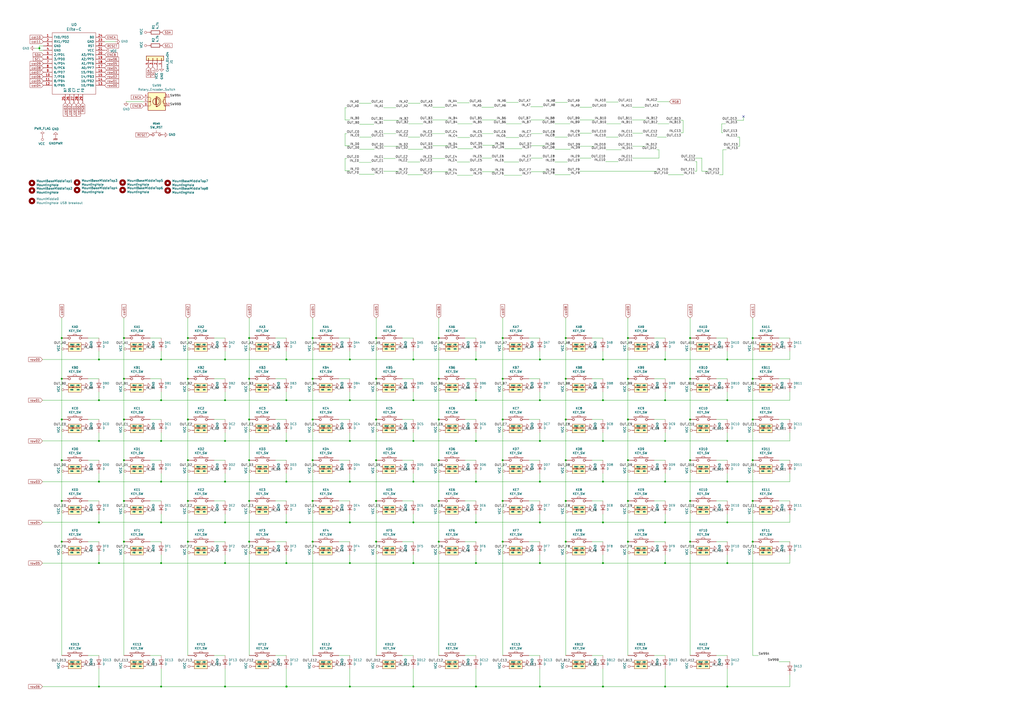
<source format=kicad_sch>
(kicad_sch (version 20211123) (generator eeschema)
  (paper "A2")
  (junction (at 181.356 314.198))
  (junction (at 202.946 208.534))
  (junction (at 181.356 219.71))
  (junction (at 276.098 279.4))
  (junction (at 35.814 290.576))
  (junction (at 166.116 326.644))
  (junction (at 421.894 326.644))
  (junction (at 400.304 290.576))
  (junction (at 364.236 290.576))
  (junction (at 108.966 314.198))
  (junction (at 166.116 232.156))
  (junction (at 93.472 303.022))
  (junction (at 35.814 196.088))
  (junction (at 385.826 232.156))
  (junction (at 364.236 243.332))
  (junction (at 202.946 326.644))
  (junction (at 328.168 290.576))
  (junction (at 421.894 208.534))
  (junction (at 291.592 196.088))
  (junction (at 364.236 314.198))
  (junction (at 364.236 266.954))
  (junction (at 349.758 232.156))
  (junction (at 130.556 279.4))
  (junction (at 313.182 255.778))
  (junction (at 254.508 266.954))
  (junction (at 181.356 290.576))
  (junction (at 181.356 196.088))
  (junction (at 218.186 290.576))
  (junction (at 57.404 398.272))
  (junction (at 108.966 266.954))
  (junction (at 349.758 255.778))
  (junction (at 239.776 232.156))
  (junction (at 291.592 266.954))
  (junction (at 328.168 314.198))
  (junction (at 400.304 196.088))
  (junction (at 57.404 232.156))
  (junction (at 313.182 398.272))
  (junction (at 276.098 208.534))
  (junction (at 218.186 196.088))
  (junction (at 436.626 266.954))
  (junction (at 254.508 290.576))
  (junction (at 421.894 279.4))
  (junction (at 71.882 243.332))
  (junction (at 71.882 290.576))
  (junction (at 71.882 314.198))
  (junction (at 328.168 266.954))
  (junction (at 349.758 303.022))
  (junction (at 144.526 266.954))
  (junction (at 239.776 326.644))
  (junction (at 71.882 196.088))
  (junction (at 35.814 243.332))
  (junction (at 166.116 398.272))
  (junction (at 218.186 243.332))
  (junction (at 400.304 219.71))
  (junction (at 254.508 219.71))
  (junction (at 35.814 314.198))
  (junction (at 108.966 290.576))
  (junction (at 239.776 255.778))
  (junction (at 436.626 290.576))
  (junction (at 181.356 266.954))
  (junction (at 276.098 255.778))
  (junction (at 71.882 219.71))
  (junction (at 130.556 303.022))
  (junction (at 108.966 219.71))
  (junction (at 436.626 196.088))
  (junction (at 202.946 255.778))
  (junction (at 71.882 266.954))
  (junction (at 35.814 219.71))
  (junction (at 239.776 303.022))
  (junction (at 400.304 243.332))
  (junction (at 166.116 255.778))
  (junction (at 385.826 208.534))
  (junction (at 218.186 314.198))
  (junction (at 276.098 326.644))
  (junction (at 57.404 326.644))
  (junction (at 93.472 232.156))
  (junction (at 313.182 232.156))
  (junction (at 144.526 290.576))
  (junction (at 313.182 303.022))
  (junction (at 93.472 398.272))
  (junction (at 202.946 279.4))
  (junction (at 130.556 326.644))
  (junction (at 364.236 196.088))
  (junction (at 166.116 303.022))
  (junction (at 328.168 196.088))
  (junction (at 166.116 208.534))
  (junction (at 328.168 219.71))
  (junction (at 313.182 326.644))
  (junction (at 276.098 398.272))
  (junction (at 349.758 279.4))
  (junction (at 181.356 243.332))
  (junction (at 144.526 196.088))
  (junction (at 239.776 398.272))
  (junction (at 436.626 243.332))
  (junction (at 144.526 219.71))
  (junction (at 57.404 255.778))
  (junction (at 254.508 196.088))
  (junction (at 400.304 314.198))
  (junction (at 144.526 243.332))
  (junction (at 93.472 255.778))
  (junction (at 291.592 290.576))
  (junction (at 108.966 196.088))
  (junction (at 276.098 303.022))
  (junction (at 436.626 219.71))
  (junction (at 57.404 303.022))
  (junction (at 313.182 279.4))
  (junction (at 385.826 303.022))
  (junction (at 202.946 303.022))
  (junction (at 130.556 398.272))
  (junction (at 22.86 27.94))
  (junction (at 202.946 398.272))
  (junction (at 385.826 326.644))
  (junction (at 93.472 279.4))
  (junction (at 166.116 279.4))
  (junction (at 313.182 208.534))
  (junction (at 254.508 243.332))
  (junction (at 349.758 326.644))
  (junction (at 218.186 219.71))
  (junction (at 291.592 314.198))
  (junction (at 218.186 266.954))
  (junction (at 239.776 279.4))
  (junction (at 349.758 398.272))
  (junction (at 291.592 219.71))
  (junction (at 239.776 208.534))
  (junction (at 276.098 232.156))
  (junction (at 254.508 314.198))
  (junction (at 130.556 232.156))
  (junction (at 421.894 255.778))
  (junction (at 93.472 326.644))
  (junction (at 421.894 398.272))
  (junction (at 385.826 255.778))
  (junction (at 57.404 208.534))
  (junction (at 328.168 243.332))
  (junction (at 349.758 208.534))
  (junction (at 291.592 243.332))
  (junction (at 385.826 279.4))
  (junction (at 144.526 314.198))
  (junction (at 202.946 232.156))
  (junction (at 364.236 219.71))
  (junction (at 421.894 232.156))
  (junction (at 35.814 266.954))
  (junction (at 385.826 398.272))
  (junction (at 421.894 303.022))
  (junction (at 130.556 255.778))
  (junction (at 166.243 398.272))
  (junction (at 108.966 243.332))
  (junction (at 400.304 266.954))
  (junction (at 130.556 208.534))
  (junction (at 57.404 279.4))
  (junction (at 93.472 208.534))
  (junction (at 436.626 314.198))
  (no_connect (at 431.292 67.564))
  (wire (pts (xy 291.592 243.332) (xy 291.592 266.954)))
  (wire (pts (xy 73.152 58.928) (xy 83.312 58.928)))
  (wire (pts (xy 351.536 86.868) (xy 360.426 86.868)))
  (wire (pts (xy 57.404 203.708) (xy 57.404 208.534)))
  (wire (pts (xy 93.472 298.196) (xy 93.472 303.022)))
  (wire (pts (xy 313.182 398.272) (xy 349.758 398.272)))
  (wire (pts (xy 144.526 184.404) (xy 144.526 196.088)))
  (wire (pts (xy 22.86 29.21) (xy 25.146 29.21)))
  (wire (pts (xy 458.216 250.952) (xy 458.216 255.778)))
  (wire (pts (xy 215.392 59.944) (xy 208.28 59.944)))
  (wire (pts (xy 313.182 387.858) (xy 313.182 398.272)))
  (wire (pts (xy 181.356 184.404) (xy 181.356 196.088)))
  (wire (pts (xy 308.356 84.582) (xy 316.23 84.582)))
  (wire (pts (xy 218.186 184.404) (xy 218.186 196.088)))
  (wire (pts (xy 279.654 91.694) (xy 285.242 91.694)))
  (wire (pts (xy 321.818 93.98) (xy 329.184 93.98)))
  (wire (pts (xy 60.706 24.13) (xy 66.929 24.13)))
  (wire (pts (xy 130.556 255.778) (xy 166.116 255.778)))
  (wire (pts (xy 385.826 298.196) (xy 385.826 303.022)))
  (wire (pts (xy 400.304 266.954) (xy 400.304 290.576)))
  (wire (pts (xy 208.534 79.502) (xy 215.392 79.502)))
  (wire (pts (xy 279.654 99.568) (xy 287.02 99.568)))
  (wire (pts (xy 181.356 290.576) (xy 181.356 314.198)))
  (wire (pts (xy 218.186 266.954) (xy 218.186 290.576)))
  (wire (pts (xy 218.186 196.088) (xy 218.186 219.71)))
  (wire (pts (xy 159.766 314.198) (xy 166.116 314.198)))
  (wire (pts (xy 35.814 266.954) (xy 35.814 290.576)))
  (wire (pts (xy 201.168 62.484) (xy 200.152 62.484)))
  (wire (pts (xy 291.592 219.71) (xy 291.592 243.332)))
  (wire (pts (xy 233.426 243.332) (xy 239.776 243.332)))
  (wire (pts (xy 236.728 86.614) (xy 245.364 86.614)))
  (wire (pts (xy 385.826 232.156) (xy 349.758 232.156)))
  (wire (pts (xy 144.526 243.332) (xy 144.526 266.954)))
  (wire (pts (xy 144.526 290.576) (xy 144.526 314.198)))
  (wire (pts (xy 276.098 326.644) (xy 239.776 326.644)))
  (wire (pts (xy 254.508 290.576) (xy 254.508 314.198)))
  (wire (pts (xy 108.966 184.404) (xy 108.966 196.088)))
  (wire (pts (xy 292.354 93.98) (xy 300.99 93.98)))
  (wire (pts (xy 239.776 232.156) (xy 202.946 232.156)))
  (wire (pts (xy 321.818 101.346) (xy 330.962 101.346)))
  (wire (pts (xy 130.556 326.644) (xy 93.472 326.644)))
  (wire (pts (xy 349.758 203.708) (xy 349.758 208.534)))
  (wire (pts (xy 306.832 314.198) (xy 313.182 314.198)))
  (wire (pts (xy 336.296 91.694) (xy 342.9 91.694)))
  (wire (pts (xy 404.114 93.726) (xy 403.352 93.726)))
  (wire (pts (xy 108.966 219.71) (xy 108.966 243.332)))
  (wire (pts (xy 57.404 227.33) (xy 57.404 232.156)))
  (wire (pts (xy 308.102 99.568) (xy 316.484 99.568)))
  (wire (pts (xy 239.776 326.644) (xy 202.946 326.644)))
  (wire (pts (xy 364.236 196.088) (xy 364.236 219.71)))
  (wire (pts (xy 93.472 398.272) (xy 130.556 398.272)))
  (wire (pts (xy 291.592 290.576) (xy 291.592 314.198)))
  (wire (pts (xy 233.426 314.198) (xy 239.776 314.198)))
  (wire (pts (xy 313.182 203.708) (xy 313.182 208.534)))
  (wire (pts (xy 130.556 208.534) (xy 166.116 208.534)))
  (wire (pts (xy 407.162 99.314) (xy 410.718 99.314)))
  (wire (pts (xy 233.426 219.71) (xy 239.776 219.71)))
  (wire (pts (xy 202.946 279.4) (xy 166.116 279.4)))
  (wire (pts (xy 415.544 266.954) (xy 421.894 266.954)))
  (wire (pts (xy 328.168 196.088) (xy 328.168 219.71)))
  (wire (pts (xy 93.472 303.022) (xy 130.556 303.022)))
  (wire (pts (xy 87.122 380.238) (xy 93.472 380.238)))
  (wire (pts (xy 343.408 266.954) (xy 349.758 266.954)))
  (wire (pts (xy 108.966 266.954) (xy 108.966 290.576)))
  (wire (pts (xy 313.182 326.644) (xy 276.098 326.644)))
  (wire (pts (xy 254.508 184.404) (xy 254.508 196.088)))
  (wire (pts (xy 57.404 303.022) (xy 93.472 303.022)))
  (wire (pts (xy 349.758 398.272) (xy 385.826 398.272)))
  (wire (pts (xy 233.426 196.088) (xy 239.776 196.088)))
  (wire (pts (xy 418.592 76.962) (xy 418.592 71.882)))
  (wire (pts (xy 200.152 84.582) (xy 202.946 84.582)))
  (wire (pts (xy 313.182 279.4) (xy 276.098 279.4)))
  (wire (pts (xy 71.882 266.954) (xy 71.882 290.576)))
  (wire (pts (xy 276.098 274.574) (xy 276.098 279.4)))
  (wire (pts (xy 144.526 266.954) (xy 144.526 290.576)))
  (wire (pts (xy 144.526 314.198) (xy 144.526 380.238)))
  (wire (pts (xy 93.472 250.952) (xy 93.472 255.778)))
  (wire (pts (xy 108.966 314.198) (xy 108.966 380.238)))
  (wire (pts (xy 349.758 279.4) (xy 313.182 279.4)))
  (wire (pts (xy 218.186 290.576) (xy 218.186 314.198)))
  (wire (pts (xy 239.776 208.534) (xy 276.098 208.534)))
  (wire (pts (xy 130.556 298.196) (xy 130.556 303.022)))
  (wire (pts (xy 208.534 86.614) (xy 217.17 86.614)))
  (wire (pts (xy 166.116 321.818) (xy 166.116 326.644)))
  (wire (pts (xy 451.866 383.794) (xy 458.216 383.794)))
  (wire (pts (xy 292.608 86.36) (xy 302.768 86.36)))
  (wire (pts (xy 451.866 196.088) (xy 458.216 196.088)))
  (wire (pts (xy 276.098 398.272) (xy 313.182 398.272)))
  (wire (pts (xy 364.236 243.332) (xy 364.236 266.954)))
  (wire (pts (xy 202.946 274.574) (xy 202.946 279.4)))
  (wire (pts (xy 130.556 227.33) (xy 130.556 232.156)))
  (wire (pts (xy 451.866 266.954) (xy 458.216 266.954)))
  (wire (pts (xy 71.882 290.576) (xy 71.882 314.198)))
  (wire (pts (xy 51.054 380.238) (xy 57.404 380.238)))
  (wire (pts (xy 130.556 274.574) (xy 130.556 279.4)))
  (wire (pts (xy 421.894 274.574) (xy 421.894 279.4)))
  (wire (pts (xy 202.946 321.818) (xy 202.946 326.644)))
  (wire (pts (xy 336.296 77.216) (xy 343.154 77.216)))
  (wire (pts (xy 196.596 380.238) (xy 202.946 380.238)))
  (wire (pts (xy 22.86 27.94) (xy 22.86 29.21)))
  (wire (pts (xy 124.206 196.088) (xy 130.556 196.088)))
  (wire (pts (xy 385.826 326.644) (xy 349.758 326.644)))
  (wire (pts (xy 349.758 387.858) (xy 349.758 398.272)))
  (wire (pts (xy 276.098 208.534) (xy 313.182 208.534)))
  (wire (pts (xy 439.928 380.238) (xy 436.626 380.238)))
  (wire (pts (xy 130.556 279.4) (xy 93.472 279.4)))
  (wire (pts (xy 379.476 219.71) (xy 385.826 219.71)))
  (wire (pts (xy 239.776 255.778) (xy 276.098 255.778)))
  (wire (pts (xy 366.776 69.596) (xy 374.65 69.596)))
  (wire (pts (xy 291.592 196.088) (xy 291.592 219.71)))
  (wire (pts (xy 349.758 326.644) (xy 313.182 326.644)))
  (wire (pts (xy 458.216 298.196) (xy 458.216 303.022)))
  (wire (pts (xy 265.43 71.882) (xy 274.066 71.882)))
  (wire (pts (xy 421.894 255.778) (xy 458.216 255.778)))
  (wire (pts (xy 159.766 196.088) (xy 166.116 196.088)))
  (wire (pts (xy 250.698 91.948) (xy 258.064 91.948)))
  (wire (pts (xy 276.098 227.33) (xy 276.098 232.156)))
  (wire (pts (xy 419.354 76.962) (xy 418.592 76.962)))
  (wire (pts (xy 429.006 79.502) (xy 427.736 79.502)))
  (wire (pts (xy 349.758 208.534) (xy 385.826 208.534)))
  (wire (pts (xy 276.098 298.196) (xy 276.098 303.022)))
  (wire (pts (xy 269.748 380.238) (xy 276.098 380.238)))
  (wire (pts (xy 218.186 243.332) (xy 218.186 266.954)))
  (wire (pts (xy 421.894 387.858) (xy 421.894 398.272)))
  (wire (pts (xy 208.28 94.234) (xy 215.392 94.234)))
  (wire (pts (xy 233.426 290.576) (xy 239.776 290.576)))
  (wire (pts (xy 385.826 255.778) (xy 421.894 255.778)))
  (wire (pts (xy 181.356 314.198) (xy 181.356 380.238)))
  (wire (pts (xy 166.116 208.534) (xy 202.946 208.534)))
  (wire (pts (xy 222.504 99.314) (xy 231.14 99.314)))
  (wire (pts (xy 400.304 243.332) (xy 400.304 266.954)))
  (wire (pts (xy 291.592 266.954) (xy 291.592 290.576)))
  (wire (pts (xy 181.356 196.088) (xy 181.356 219.71)))
  (wire (pts (xy 51.054 314.198) (xy 57.404 314.198)))
  (wire (pts (xy 400.304 196.088) (xy 400.304 219.71)))
  (wire (pts (xy 166.243 398.272) (xy 202.946 398.272)))
  (wire (pts (xy 57.404 321.818) (xy 57.404 326.644)))
  (wire (pts (xy 421.894 279.4) (xy 385.826 279.4)))
  (wire (pts (xy 328.168 290.576) (xy 328.168 314.198)))
  (wire (pts (xy 239.776 303.022) (xy 276.098 303.022)))
  (wire (pts (xy 71.882 314.198) (xy 71.882 380.238)))
  (wire (pts (xy 239.776 274.574) (xy 239.776 279.4)))
  (wire (pts (xy 22.86 26.67) (xy 22.86 27.94)))
  (wire (pts (xy 93.472 203.708) (xy 93.472 208.534)))
  (wire (pts (xy 87.122 243.332) (xy 93.472 243.332)))
  (wire (pts (xy 388.366 58.928) (xy 381.254 58.928)))
  (wire (pts (xy 202.946 208.534) (xy 239.776 208.534)))
  (wire (pts (xy 367.03 77.216) (xy 372.872 77.216)))
  (wire (pts (xy 328.168 266.954) (xy 328.168 290.576)))
  (wire (pts (xy 200.152 62.484) (xy 200.152 69.596)))
  (wire (pts (xy 419.354 86.868) (xy 421.386 86.868)))
  (wire (pts (xy 308.102 91.694) (xy 314.706 91.694)))
  (wire (pts (xy 218.186 219.71) (xy 218.186 243.332)))
  (wire (pts (xy 293.37 79.756) (xy 300.99 79.756)))
  (wire (pts (xy 306.832 219.71) (xy 313.182 219.71)))
  (wire (pts (xy 343.408 243.332) (xy 349.758 243.332)))
  (wire (pts (xy 321.818 71.882) (xy 330.708 71.882)))
  (wire (pts (xy 364.236 184.404) (xy 364.236 196.088)))
  (wire (pts (xy 336.296 69.596) (xy 344.932 69.596)))
  (wire (pts (xy 166.116 227.33) (xy 166.116 232.156)))
  (wire (pts (xy 421.894 321.818) (xy 421.894 326.644)))
  (wire (pts (xy 431.292 69.85) (xy 431.292 67.564)))
  (wire (pts (xy 124.206 219.71) (xy 130.556 219.71)))
  (wire (pts (xy 328.168 314.198) (xy 328.168 380.238)))
  (wire (pts (xy 436.626 184.404) (xy 436.626 196.088)))
  (wire (pts (xy 381.254 79.502) (xy 386.588 79.502)))
  (wire (pts (xy 269.748 196.088) (xy 276.098 196.088)))
  (wire (pts (xy 236.474 101.346) (xy 245.364 101.346)))
  (wire (pts (xy 222.504 91.948) (xy 229.362 91.948)))
  (wire (pts (xy 364.236 219.71) (xy 364.236 243.332)))
  (wire (pts (xy 364.236 266.954) (xy 364.236 290.576)))
  (wire (pts (xy 373.888 62.23) (xy 366.776 62.23)))
  (wire (pts (xy 250.952 84.582) (xy 259.842 84.582)))
  (wire (pts (xy 159.766 266.954) (xy 166.116 266.954)))
  (wire (pts (xy 403.352 91.694) (xy 407.162 91.694)))
  (wire (pts (xy 159.766 380.238) (xy 166.116 380.238)))
  (wire (pts (xy 358.648 59.182) (xy 351.536 59.182)))
  (wire (pts (xy 306.832 290.576) (xy 313.182 290.576)))
  (wire (pts (xy 93.472 321.818) (xy 93.472 326.644)))
  (wire (pts (xy 222.758 84.836) (xy 231.14 84.836)))
  (wire (pts (xy 385.826 203.708) (xy 385.826 208.534)))
  (wire (pts (xy 130.556 303.022) (xy 166.116 303.022)))
  (wire (pts (xy 379.476 314.198) (xy 385.826 314.198)))
  (wire (pts (xy 57.404 274.574) (xy 57.404 279.4)))
  (wire (pts (xy 313.182 227.33) (xy 313.182 232.156)))
  (wire (pts (xy 57.404 255.778) (xy 93.472 255.778)))
  (wire (pts (xy 343.408 380.238) (xy 349.758 380.238)))
  (wire (pts (xy 202.946 387.858) (xy 202.946 398.272)))
  (wire (pts (xy 87.122 219.71) (xy 93.472 219.71)))
  (wire (pts (xy 321.818 86.614) (xy 330.962 86.614)))
  (wire (pts (xy 87.122 314.198) (xy 93.472 314.198)))
  (wire (pts (xy 57.404 298.196) (xy 57.404 303.022)))
  (wire (pts (xy 421.894 398.272) (xy 458.216 398.272)))
  (wire (pts (xy 254.508 314.198) (xy 254.508 380.238)))
  (wire (pts (xy 381 86.868) (xy 382.27 86.868)))
  (wire (pts (xy 202.946 298.196) (xy 202.946 303.022)))
  (wire (pts (xy 265.43 86.36) (xy 274.32 86.36)))
  (wire (pts (xy 419.354 101.346) (xy 419.354 86.868)))
  (wire (pts (xy 196.596 314.198) (xy 202.946 314.198)))
  (wire (pts (xy 458.216 203.708) (xy 458.216 208.534)))
  (wire (pts (xy 276.098 387.858) (xy 276.098 398.272)))
  (wire (pts (xy 451.866 243.332) (xy 458.216 243.332)))
  (wire (pts (xy 254.508 196.088) (xy 254.508 219.71)))
  (wire (pts (xy 236.728 79.502) (xy 243.586 79.502)))
  (wire (pts (xy 415.544 380.238) (xy 421.894 380.238)))
  (wire (pts (xy 201.168 91.948) (xy 200.152 91.948)))
  (wire (pts (xy 208.534 72.136) (xy 216.916 72.136)))
  (wire (pts (xy 313.182 303.022) (xy 349.758 303.022)))
  (wire (pts (xy 451.866 314.198) (xy 458.216 314.198)))
  (wire (pts (xy 236.982 71.882) (xy 245.364 71.882)))
  (wire (pts (xy 349.758 274.574) (xy 349.758 279.4)))
  (wire (pts (xy 202.946 232.156) (xy 166.116 232.156)))
  (wire (pts (xy 306.832 243.332) (xy 313.182 243.332)))
  (wire (pts (xy 336.296 99.314) (xy 381 99.314)))
  (wire (pts (xy 196.596 196.088) (xy 202.946 196.088)))
  (wire (pts (xy 272.288 59.69) (xy 265.176 59.69)))
  (wire (pts (xy 130.556 250.952) (xy 130.556 255.778)))
  (wire (pts (xy 276.098 321.818) (xy 276.098 326.644)))
  (wire (pts (xy 458.216 227.33) (xy 458.216 232.156)))
  (wire (pts (xy 239.776 321.818) (xy 239.776 326.644)))
  (wire (pts (xy 93.472 274.574) (xy 93.472 279.4)))
  (wire (pts (xy 351.79 71.882) (xy 360.172 71.882)))
  (wire (pts (xy 385.826 274.574) (xy 385.826 279.4)))
  (wire (pts (xy 57.404 232.156) (xy 24.638 232.156)))
  (wire (pts (xy 421.894 250.952) (xy 421.894 255.778)))
  (wire (pts (xy 166.116 398.272) (xy 166.243 398.272)))
  (wire (pts (xy 243.84 59.944) (xy 236.728 59.944)))
  (wire (pts (xy 93.472 387.858) (xy 93.472 398.272)))
  (wire (pts (xy 328.168 219.71) (xy 328.168 243.332)))
  (wire (pts (xy 57.404 387.858) (xy 57.404 398.272)))
  (wire (pts (xy 385.826 398.272) (xy 421.894 398.272)))
  (wire (pts (xy 291.592 314.198) (xy 291.592 380.238)))
  (wire (pts (xy 349.758 227.33) (xy 349.758 232.156)))
  (wire (pts (xy 427.99 84.836) (xy 429.006 84.836)))
  (wire (pts (xy 400.304 314.198) (xy 400.304 380.238)))
  (wire (pts (xy 71.882 243.332) (xy 71.882 266.954)))
  (wire (pts (xy 239.776 279.4) (xy 202.946 279.4)))
  (wire (pts (xy 233.426 380.238) (xy 239.776 380.238)))
  (wire (pts (xy 436.626 243.332) (xy 436.626 266.954)))
  (wire (pts (xy 394.97 69.85) (xy 396.24 69.85)))
  (wire (pts (xy 396.24 76.962) (xy 394.97 76.962)))
  (wire (pts (xy 196.596 243.332) (xy 202.946 243.332)))
  (wire (pts (xy 124.206 314.198) (xy 130.556 314.198)))
  (wire (pts (xy 200.152 99.06) (xy 202.946 99.06)))
  (wire (pts (xy 351.536 79.502) (xy 358.648 79.502)))
  (wire (pts (xy 57.404 208.534) (xy 93.472 208.534)))
  (wire (pts (xy 458.216 232.156) (xy 421.894 232.156)))
  (wire (pts (xy 313.182 250.952) (xy 313.182 255.778)))
  (wire (pts (xy 57.404 279.4) (xy 24.638 279.4)))
  (wire (pts (xy 57.404 208.534) (xy 24.638 208.534)))
  (wire (pts (xy 276.098 279.4) (xy 239.776 279.4)))
  (wire (pts (xy 35.814 196.088) (xy 35.814 219.71)))
  (wire (pts (xy 265.176 93.98) (xy 272.542 93.98)))
  (wire (pts (xy 166.116 387.858) (xy 166.116 398.272)))
  (wire (pts (xy 200.152 91.948) (xy 200.152 99.06)))
  (wire (pts (xy 300.736 59.436) (xy 293.624 59.436)))
  (wire (pts (xy 93.472 279.4) (xy 57.404 279.4)))
  (wire (pts (xy 159.766 219.71) (xy 166.116 219.71)))
  (wire (pts (xy 276.098 303.022) (xy 313.182 303.022)))
  (wire (pts (xy 35.814 184.404) (xy 35.814 196.088)))
  (wire (pts (xy 218.186 314.198) (xy 218.186 380.238)))
  (wire (pts (xy 436.626 219.71) (xy 436.626 243.332)))
  (wire (pts (xy 436.626 266.954) (xy 436.626 290.576)))
  (wire (pts (xy 93.472 255.778) (xy 130.556 255.778)))
  (wire (pts (xy 343.408 314.198) (xy 349.758 314.198)))
  (wire (pts (xy 436.626 290.576) (xy 436.626 314.198)))
  (wire (pts (xy 328.168 243.332) (xy 328.168 266.954)))
  (wire (pts (xy 385.826 387.858) (xy 385.826 398.272)))
  (wire (pts (xy 421.894 227.33) (xy 421.894 232.156)))
  (wire (pts (xy 458.216 279.4) (xy 421.894 279.4)))
  (wire (pts (xy 279.908 84.328) (xy 287.02 84.328)))
  (wire (pts (xy 239.776 250.952) (xy 239.776 255.778)))
  (wire (pts (xy 421.894 208.534) (xy 458.216 208.534)))
  (wire (pts (xy 349.758 298.196) (xy 349.758 303.022)))
  (wire (pts (xy 233.426 266.954) (xy 239.776 266.954)))
  (wire (pts (xy 400.304 219.71) (xy 400.304 243.332)))
  (wire (pts (xy 87.122 266.954) (xy 93.472 266.954)))
  (wire (pts (xy 407.162 91.694) (xy 407.162 99.314)))
  (wire (pts (xy 336.55 84.836) (xy 344.678 84.836)))
  (wire (pts (xy 71.882 196.088) (xy 71.882 219.71)))
  (wire (pts (xy 400.304 184.404) (xy 400.304 196.088)))
  (wire (pts (xy 343.408 62.23) (xy 336.296 62.23)))
  (wire (pts (xy 144.526 196.088) (xy 144.526 219.71)))
  (wire (pts (xy 286.512 62.23) (xy 279.4 62.23)))
  (wire (pts (xy 385.826 208.534) (xy 421.894 208.534)))
  (wire (pts (xy 51.054 219.71) (xy 57.404 219.71)))
  (wire (pts (xy 379.476 243.332) (xy 385.826 243.332)))
  (wire (pts (xy 87.122 196.088) (xy 93.472 196.088)))
  (wire (pts (xy 130.556 321.818) (xy 130.556 326.644)))
  (wire (pts (xy 343.408 219.71) (xy 349.758 219.71)))
  (wire (pts (xy 25.146 26.67) (xy 22.86 26.67)))
  (wire (pts (xy 313.182 274.574) (xy 313.182 279.4)))
  (wire (pts (xy 415.544 243.332) (xy 421.894 243.332)))
  (wire (pts (xy 313.182 321.818) (xy 313.182 326.644)))
  (wire (pts (xy 276.098 232.156) (xy 239.776 232.156)))
  (wire (pts (xy 124.206 243.332) (xy 130.556 243.332)))
  (wire (pts (xy 51.054 243.332) (xy 57.404 243.332)))
  (wire (pts (xy 415.544 314.198) (xy 421.894 314.198)))
  (wire (pts (xy 239.776 398.272) (xy 276.098 398.272)))
  (wire (pts (xy 451.866 219.71) (xy 458.216 219.71)))
  (wire (pts (xy 307.848 69.596) (xy 316.23 69.596)))
  (wire (pts (xy 279.654 77.47) (xy 286.258 77.47)))
  (wire (pts (xy 200.152 77.47) (xy 200.152 84.582)))
  (wire (pts (xy 130.556 387.858) (xy 130.556 398.272)))
  (wire (pts (xy 367.03 91.694) (xy 382.27 91.694)))
  (wire (pts (xy 254.508 219.71) (xy 254.508 243.332)))
  (wire (pts (xy 200.152 69.596) (xy 202.946 69.596)))
  (wire (pts (xy 265.43 79.756) (xy 272.542 79.756)))
  (wire (pts (xy 108.966 290.576) (xy 108.966 314.198)))
  (wire (pts (xy 208.28 101.092) (xy 217.17 101.092)))
  (wire (pts (xy 239.776 227.33) (xy 239.776 232.156)))
  (wire (pts (xy 313.182 232.156) (xy 276.098 232.156)))
  (wire (pts (xy 293.624 71.882) (xy 302.514 71.882)))
  (wire (pts (xy 382.27 86.868) (xy 382.27 91.694)))
  (wire (pts (xy 93.472 227.33) (xy 93.472 232.156)))
  (wire (pts (xy 403.098 99.314) (xy 404.114 99.314)))
  (wire (pts (xy 313.182 208.534) (xy 349.758 208.534)))
  (wire (pts (xy 313.182 298.196) (xy 313.182 303.022)))
  (wire (pts (xy 57.404 255.778) (xy 24.638 255.778)))
  (wire (pts (xy 306.832 380.238) (xy 313.182 380.238)))
  (wire (pts (xy 351.282 93.726) (xy 358.648 93.726)))
  (wire (pts (xy 306.832 266.954) (xy 313.182 266.954)))
  (wire (pts (xy 57.404 326.644) (xy 24.638 326.644)))
  (wire (pts (xy 181.356 243.332) (xy 181.356 266.954)))
  (wire (pts (xy 306.832 196.088) (xy 313.182 196.088)))
  (wire (pts (xy 367.03 84.836) (xy 374.396 84.836)))
  (wire (pts (xy 385.826 227.33) (xy 385.826 232.156)))
  (wire (pts (xy 250.698 99.568) (xy 259.842 99.568)))
  (wire (pts (xy 51.054 196.088) (xy 57.404 196.088)))
  (wire (pts (xy 124.206 290.576) (xy 130.556 290.576)))
  (wire (pts (xy 415.544 219.71) (xy 421.894 219.71)))
  (wire (pts (xy 166.116 203.708) (xy 166.116 208.534)))
  (wire (pts (xy 387.604 101.346) (xy 396.494 101.346)))
  (wire (pts (xy 166.116 250.952) (xy 166.116 255.778)))
  (wire (pts (xy 202.946 398.272) (xy 239.776 398.272)))
  (wire (pts (xy 314.96 61.976) (xy 307.848 61.976)))
  (wire (pts (xy 166.116 303.022) (xy 202.946 303.022)))
  (wire (pts (xy 349.758 255.778) (xy 385.826 255.778)))
  (wire (pts (xy 51.054 290.576) (xy 57.404 290.576)))
  (wire (pts (xy 202.946 326.644) (xy 166.116 326.644)))
  (wire (pts (xy 250.952 69.596) (xy 259.842 69.596)))
  (wire (pts (xy 458.216 326.644) (xy 421.894 326.644)))
  (wire (pts (xy 93.472 326.644) (xy 57.404 326.644)))
  (wire (pts (xy 313.182 255.778) (xy 349.758 255.778)))
  (wire (pts (xy 57.404 250.952) (xy 57.404 255.778)))
  (wire (pts (xy 239.776 298.196) (xy 239.776 303.022)))
  (wire (pts (xy 35.814 314.198) (xy 35.814 380.238)))
  (wire (pts (xy 451.866 290.576) (xy 458.216 290.576)))
  (wire (pts (xy 166.116 279.4) (xy 130.556 279.4)))
  (wire (pts (xy 385.826 250.952) (xy 385.826 255.778)))
  (wire (pts (xy 202.946 203.708) (xy 202.946 208.534)))
  (wire (pts (xy 57.404 398.272) (xy 93.472 398.272)))
  (wire (pts (xy 291.592 184.404) (xy 291.592 196.088)))
  (wire (pts (xy 421.894 298.196) (xy 421.894 303.022)))
  (wire (pts (xy 276.098 203.708) (xy 276.098 208.534)))
  (wire (pts (xy 201.168 77.47) (xy 200.152 77.47)))
  (wire (pts (xy 364.236 290.576) (xy 364.236 314.198)))
  (wire (pts (xy 93.472 232.156) (xy 57.404 232.156)))
  (wire (pts (xy 166.116 326.644) (xy 130.556 326.644)))
  (wire (pts (xy 292.354 101.6) (xy 302.768 101.6)))
  (wire (pts (xy 269.748 243.332) (xy 276.098 243.332)))
  (wire (pts (xy 415.544 196.088) (xy 421.894 196.088)))
  (wire (pts (xy 269.748 219.71) (xy 276.098 219.71)))
  (wire (pts (xy 379.476 266.954) (xy 385.826 266.954)))
  (wire (pts (xy 24.638 398.272) (xy 57.404 398.272)))
  (wire (pts (xy 415.544 290.576) (xy 421.894 290.576)))
  (wire (pts (xy 329.184 59.436) (xy 322.072 59.436)))
  (wire (pts (xy 276.098 255.778) (xy 313.182 255.778)))
  (wire (pts (xy 396.24 69.85) (xy 396.24 76.962)))
  (wire (pts (xy 202.946 227.33) (xy 202.946 232.156)))
  (wire (pts (xy 144.526 219.71) (xy 144.526 243.332)))
  (wire (pts (xy 51.054 266.954) (xy 57.404 266.954)))
  (wire (pts (xy 343.408 290.576) (xy 349.758 290.576)))
  (wire (pts (xy 71.882 219.71) (xy 71.882 243.332)))
  (wire (pts (xy 276.098 250.952) (xy 276.098 255.778)))
  (wire (pts (xy 181.356 219.71) (xy 181.356 243.332)))
  (wire (pts (xy 35.814 219.71) (xy 35.814 243.332)))
  (wire (pts (xy 349.758 321.818) (xy 349.758 326.644)))
  (wire (pts (xy 108.966 243.332) (xy 108.966 266.954)))
  (wire (pts (xy 130.556 232.156) (xy 93.472 232.156)))
  (wire (pts (xy 427.482 69.85) (xy 431.292 69.85)))
  (wire (pts (xy 196.596 266.954) (xy 202.946 266.954)))
  (wire (pts (xy 364.236 314.198) (xy 364.236 380.238)))
  (wire (pts (xy 417.322 101.346) (xy 419.354 101.346)))
  (wire (pts (xy 385.826 279.4) (xy 349.758 279.4)))
  (wire (pts (xy 124.206 380.238) (xy 130.556 380.238)))
  (wire (pts (xy 279.654 69.596) (xy 288.036 69.596)))
  (wire (pts (xy 458.216 321.818) (xy 458.216 326.644)))
  (wire (pts (xy 22.86 27.94) (xy 20.32 27.94)))
  (wire (pts (xy 385.826 321.818) (xy 385.826 326.644)))
  (wire (pts (xy 222.504 69.85) (xy 231.394 69.85)))
  (wire (pts (xy 57.404 303.022) (xy 24.638 303.022)))
  (wire (pts (xy 202.946 255.778) (xy 239.776 255.778)))
  (wire (pts (xy 108.966 196.088) (xy 108.966 219.71)))
  (wire (pts (xy 130.556 398.272) (xy 166.116 398.272)))
  (wire (pts (xy 458.216 398.272) (xy 458.216 391.414)))
  (wire (pts (xy 385.826 303.022) (xy 421.894 303.022)))
  (wire (pts (xy 202.946 250.952) (xy 202.946 255.778)))
  (wire (pts (xy 258.064 62.23) (xy 250.952 62.23)))
  (wire (pts (xy 229.616 62.484) (xy 222.504 62.484)))
  (wire (pts (xy 458.216 274.574) (xy 458.216 279.4)))
  (wire (pts (xy 343.408 196.088) (xy 349.758 196.088)))
  (wire (pts (xy 328.168 184.404) (xy 328.168 196.088)))
  (wire (pts (xy 87.122 290.576) (xy 93.472 290.576)))
  (wire (pts (xy 236.474 93.98) (xy 243.586 93.98)))
  (wire (pts (xy 159.766 290.576) (xy 166.116 290.576)))
  (wire (pts (xy 429.006 84.836) (xy 429.006 79.502)))
  (wire (pts (xy 166.116 255.778) (xy 202.946 255.778)))
  (wire (pts (xy 166.116 274.574) (xy 166.116 279.4)))
  (wire (pts (xy 379.476 290.576) (xy 385.826 290.576)))
  (wire (pts (xy 196.596 219.71) (xy 202.946 219.71)))
  (wire (pts (xy 418.592 71.882) (xy 420.878 71.882)))
  (wire (pts (xy 250.698 77.47) (xy 258.064 77.47)))
  (wire (pts (xy 308.102 77.47) (xy 314.706 77.47)))
  (wire (pts (xy 421.894 326.644) (xy 385.826 326.644)))
  (wire (pts (xy 196.596 290.576) (xy 202.946 290.576)))
  (wire (pts (xy 436.626 196.088) (xy 436.626 219.71)))
  (wire (pts (xy 93.472 208.534) (xy 130.556 208.534)))
  (wire (pts (xy 269.748 266.954) (xy 276.098 266.954)))
  (wire (pts (xy 239.776 387.858) (xy 239.776 398.272)))
  (wire (pts (xy 436.626 314.198) (xy 436.626 380.238)))
  (wire (pts (xy 222.504 77.47) (xy 229.616 77.47)))
  (wire (pts (xy 265.176 101.6) (xy 274.32 101.6)))
  (wire (pts (xy 349.758 250.952) (xy 349.758 255.778)))
  (wire (pts (xy 269.748 314.198) (xy 276.098 314.198)))
  (wire (pts (xy 71.882 184.404) (xy 71.882 196.088)))
  (wire (pts (xy 421.894 303.022) (xy 458.216 303.022)))
  (wire (pts (xy 159.766 243.332) (xy 166.116 243.332)))
  (wire (pts (xy 404.114 99.314) (xy 404.114 93.726)))
  (wire (pts (xy 166.116 232.156) (xy 130.556 232.156)))
  (wire (pts (xy 130.556 203.708) (xy 130.556 208.534)))
  (wire (pts (xy 421.894 232.156) (xy 385.826 232.156)))
  (wire (pts (xy 269.748 290.576) (xy 276.098 290.576)))
  (wire (pts (xy 379.476 380.238) (xy 385.826 380.238)))
  (wire (pts (xy 35.814 243.332) (xy 35.814 266.954)))
  (wire (pts (xy 254.508 243.332) (xy 254.508 266.954)))
  (wire (pts (xy 421.894 203.708) (xy 421.894 208.534)))
  (wire (pts (xy 321.818 79.502) (xy 329.184 79.502)))
  (wire (pts (xy 381.508 71.882) (xy 388.112 71.882)))
  (wire (pts (xy 166.116 298.196) (xy 166.116 303.022)))
  (wire (pts (xy 400.304 290.576) (xy 400.304 314.198)))
  (wire (pts (xy 181.356 266.954) (xy 181.356 290.576)))
  (wire (pts (xy 202.946 303.022) (xy 239.776 303.022)))
  (wire (pts (xy 379.476 196.088) (xy 385.826 196.088)))
  (wire (pts (xy 239.776 203.708) (xy 239.776 208.534)))
  (wire (pts (xy 349.758 232.156) (xy 313.182 232.156)))
  (wire (pts (xy 349.758 303.022) (xy 385.826 303.022)))
  (wire (pts (xy 35.814 290.576) (xy 35.814 314.198)))
  (wire (pts (xy 124.206 266.954) (xy 130.556 266.954)))
  (wire (pts (xy 254.508 266.954) (xy 254.508 290.576)))
  (label "IN_B3" (at 157.226 226.06 0))
  (label "OUT_D13" (at 427.482 69.85 180))
  (label "OUT_D12" (at 381 86.868 180))
  (label "IN_E3" (at 250.698 91.948 180))
  (label "OUT_A7" (at 294.132 199.898 180))
  (label "OUT_D11" (at 439.166 270.764 180))
  (label "IN_E5" (at 230.886 296.926 0))
  (label "OUT_D0" (at 208.534 86.614 180))
  (label "IN_D12" (at 230.886 386.588 0))
  (label "OUT_B9" (at 366.776 223.52 180))
  (label "IN_D1" (at 84.582 273.304 0))
  (label "OUT_E9" (at 329.184 93.98 0))
  (label "IN_B12" (at 340.868 386.588 0))
  (label "IN_D7" (at 302.768 86.36 0))
  (label "OUT_D7" (at 308.356 84.582 180))
  (label "OUT_E1" (at 74.422 294.386 180))
  (label "IN_A12" (at 413.004 386.588 0))
  (label "OUT_E5" (at 272.542 93.98 0))
  (label "IN_F12" (at 410.718 99.314 0))
  (label "OUT_C5" (at 220.726 247.142 180))
  (label "IN_C4" (at 194.056 249.682 0))
  (label "OUT_A2" (at 111.506 199.898 180))
  (label "IN_F6" (at 267.208 320.548 0))
  (label "IN_C6" (at 267.208 249.682 0))
  (label "IN_A9" (at 336.296 62.23 180))
  (label "OUT_A9" (at 366.776 199.898 180))
  (label "OUT_E6" (at 257.048 294.386 180))
  (label "OUT_D3" (at 147.066 270.764 180))
  (label "IN_B0" (at 202.946 69.596 0))
  (label "IN_F4" (at 194.056 320.548 0))
  (label "IN_F1" (at 217.17 101.092 0))
  (label "IN_D3" (at 157.226 273.304 0))
  (label "IN_F5" (at 230.886 320.548 0))
  (label "OUT_C8" (at 330.708 247.142 180))
  (label "OUT_C12" (at 257.048 384.048 180))
  (label "OUT_D4" (at 183.896 270.764 180))
  (label "OUT_F6" (at 257.048 318.008 180))
  (label "IN_C8" (at 340.868 249.682 0))
  (label "OUT_A12" (at 402.844 384.048 180))
  (label "OUT_D5" (at 220.726 270.764 180))
  (label "OUT_A10" (at 343.408 62.23 0))
  (label "IN_E11" (at 449.326 296.926 0))
  (label "IN_D4" (at 194.056 273.304 0))
  (label "OUT_C10" (at 343.154 77.216 0))
  (label "OUT_A0" (at 201.168 62.484 0))
  (label "OUT_E7" (at 294.132 294.386 180))
  (label "OUT_F3" (at 147.066 318.008 180))
  (label "IN_E7" (at 304.292 296.926 0))
  (label "OUT_E0" (at 38.354 294.386 180))
  (label "OUT_E0" (at 201.168 91.948 0))
  (label "OUT_A0" (at 38.354 199.898 180))
  (label "IN_A12" (at 381.254 58.928 180))
  (label "IN_A10" (at 413.004 202.438 0))
  (label "IN_F8" (at 316.484 99.568 0))
  (label "OUT_B10" (at 402.844 223.52 180))
  (label "IN_D11" (at 449.326 273.304 0))
  (label "OUT_B1" (at 222.504 69.85 180))
  (label "IN_B1" (at 84.582 226.06 0))
  (label "OUT_C7" (at 300.99 79.756 0))
  (label "IN_E0" (at 208.28 94.234 180))
  (label "IN_B11" (at 449.326 226.06 0))
  (label "OUT_B1" (at 74.422 223.52 180))
  (label "IN_A0" (at 208.28 59.944 180))
  (label "OUT_B10" (at 351.79 71.882 180))
  (label "IN_B6" (at 288.036 69.596 0))
  (label "OUT_F4" (at 183.896 318.008 180))
  (label "IN_B6" (at 267.208 226.06 0))
  (label "OUT_E8" (at 330.708 294.386 180))
  (label "IN_F4" (at 259.842 99.568 0))
  (label "IN_A7" (at 307.848 61.976 180))
  (label "IN_B2" (at 121.666 226.06 0))
  (label "IN_E7" (at 308.102 91.694 180))
  (label "OUT_C4" (at 258.064 77.47 0))
  (label "OUT_F8" (at 321.818 101.346 180))
  (label "IN_C5" (at 279.654 77.47 180))
  (label "IN_E6" (at 267.208 296.926 0))
  (label "IN_B13" (at 388.112 71.882 0))
  (label "IN_F11" (at 449.326 320.548 0))
  (label "IN_F12" (at 157.226 386.588 0))
  (label "OUT_E7" (at 300.99 93.98 0))
  (label "IN_B2" (at 231.394 69.85 0))
  (label "OUT_F2" (at 111.506 318.008 180))
  (label "OUT_D6" (at 257.048 270.764 180))
  (label "OUT_A4" (at 183.896 199.898 180))
  (label "OUT_D5" (at 279.908 84.328 180))
  (label "IN_D10" (at 413.004 273.304 0))
  (label "OUT_B12" (at 381.508 71.882 180))
  (label "IN_B10" (at 344.932 69.596 0))
  (label "OUT_F0" (at 38.354 318.008 180))
  (label "IN_C9" (at 376.936 249.682 0))
  (label "IN_F2" (at 121.666 320.548 0))
  (label "OUT_C4" (at 183.896 247.142 180))
  (label "IN_A8" (at 340.868 202.438 0))
  (label "IN_E10" (at 351.282 93.726 180))
  (label "IN_E9" (at 376.936 296.926 0))
  (label "IN_C1" (at 222.504 77.47 180))
  (label "IN_D0" (at 48.514 273.304 0))
  (label "IN_A8" (at 322.072 59.436 180))
  (label "OUT_E13" (at 74.422 384.048 180))
  (label "OUT_A6" (at 286.512 62.23 0))
  (label "IN_C7" (at 304.292 249.682 0))
  (label "IN_D11" (at 360.426 86.868 0))
  (label "OUT_C5" (at 272.542 79.756 0))
  (label "IN_C12" (at 381.254 79.502 180))
  (label "IN_E4" (at 194.056 296.926 0))
  (label "OUT_C0" (at 38.354 247.142 180))
  (label "IN_F5" (at 274.32 101.6 0))
  (label "IN_F8" (at 340.868 320.548 0))
  (label "IN_F3" (at 157.226 320.548 0))
  (label "IN_C10" (at 413.004 249.682 0))
  (label "OUT_E8" (at 314.706 91.694 0))
  (label "OUT_C1" (at 215.392 79.502 0))
  (label "IN_E12" (at 194.056 386.588 0))
  (label "IN_F3" (at 245.364 101.346 0))
  (label "OUT_A11" (at 439.166 199.898 180))
  (label "IN_D4" (at 259.842 84.582 0))
  (label "OUT_E11" (at 439.166 294.386 180))
  (label "OUT_E2" (at 111.506 294.386 180))
  (label "IN_A4" (at 265.176 59.69 180))
  (label "OUT_B11" (at 439.166 223.52 180))
  (label "OUT_B13" (at 366.776 384.048 180))
  (label "OUT_D2" (at 236.728 86.614 180))
  (label "OUT_B3" (at 147.066 223.52 180))
  (label "OUT_C2" (at 229.616 77.47 0))
  (label "IN_E10" (at 413.004 296.926 0))
  (label "IN_C8" (at 321.818 79.502 180))
  (label "IN_A11" (at 366.776 62.23 180))
  (label "IN_B3" (at 245.364 71.882 0))
  (label "IN_B5" (at 274.066 71.882 0))
  (label "IN_C13" (at 304.292 386.588 0))
  (label "IN_A2" (at 236.728 59.944 180))
  (label "IN_D6" (at 287.02 84.328 0))
  (label "OUT_B4" (at 183.896 223.52 180))
  (label "IN_D9" (at 376.936 273.304 0))
  (label "OUT_C8" (at 314.706 77.47 0))
  (label "OUT_D12" (at 220.726 384.048 180))
  (label "IN_E9" (at 336.296 91.694 180))
  (label "OUT_B0" (at 38.354 223.52 180))
  (label "OUT_E4" (at 183.896 294.386 180))
  (label "OUT_A1" (at 215.392 59.944 0))
  (label "OUT_D0" (at 38.354 270.764 180))
  (label "OUT_F4" (at 265.176 101.6 180))
  (label "IN_B7" (at 302.514 71.882 0))
  (label "IN_A9" (at 376.936 202.438 0))
  (label "OUT_B5" (at 220.726 223.52 180))
  (label "IN_D12" (at 374.396 84.836 0))
  (label "IN_A3" (at 157.226 202.438 0))
  (label "OUT_C6" (at 257.048 247.142 180))
  (label "IN_C6" (at 293.37 79.756 180))
  (label "OUT_F8" (at 330.708 318.008 180))
  (label "IN_E1" (at 222.504 91.948 180))
  (label "IN_E6" (at 292.354 93.98 180))
  (label "OUT_B12" (at 330.708 384.048 180))
  (label "OUT_A10" (at 402.844 199.898 180))
  (label "OUT_A4" (at 258.064 62.23 0))
  (label "OUT_C13" (at 294.132 384.048 180))
  (label "IN_F10" (at 381 99.314 0))
  (label "OUT_B9" (at 336.296 69.596 180))
  (label "OUT_D1" (at 74.422 270.764 180))
  (label "IN_E11" (at 367.03 91.694 180))
  (label "IN_C2" (at 236.728 79.502 180))
  (label "OUT_D10" (at 351.536 86.868 180))
  (label "IN_D0" (at 202.946 84.582 0))
  (label "OUT_D7" (at 294.132 270.764 180))
  (label "IN_D6" (at 267.208 273.304 0))
  (label "OUT_E9" (at 366.776 294.386 180))
  (label "OUT_C7" (at 294.132 247.142 180))
  (label "OUT_A2" (at 229.616 62.484 0))
  (label "OUT_A8" (at 314.96 61.976 0))
  (label "IN_E5" (at 279.654 91.694 180))
  (label "OUT_C9" (at 366.776 247.142 180))
  (label "OUT_F0" (at 208.28 101.092 180))
  (label "IN_C7" (at 308.102 77.47 180))
  (label "OUT_E2" (at 229.362 91.948 0))
  (label "IN_E1" (at 84.582 296.926 0))
  (label "IN_F9" (at 330.962 101.346 0))
  (label "OUT_A9" (at 329.184 59.436 0))
  (label "OUT_E13" (at 419.354 76.962 0))
  (label "OUT_E4" (at 258.064 91.948 0))
  (label "OUT_D3" (at 250.952 84.582 180))
  (label "OUT_C10" (at 402.844 247.142 180))
  (label "IN_F6" (at 287.02 99.568 0))
  (label "IN_D7" (at 304.292 273.304 0))
  (label "IN_A11" (at 449.326 202.438 0))
  (label "IN_C12" (at 267.208 386.588 0))
  (label "OUT_F13" (at 427.99 84.836 180))
  (label "OUT_B8" (at 321.818 71.882 180))
  (label "IN_F7" (at 302.768 101.6 0))
  (label "OUT_D2" (at 111.506 270.764 180))
  (label "IN_A5" (at 230.886 202.438 0))
  (label "SW99B" (at 98.552 61.468 0))
  (label "OUT_F5" (at 220.726 318.008 180))
  (label "IN_E8" (at 340.868 296.926 0))
  (label "OUT_A8" (at 330.708 199.898 180))
  (label "IN_E4" (at 265.176 93.98 180))
  (label "OUT_D8" (at 321.818 86.614 180))
  (label "IN_C5" (at 230.886 249.682 0))
  (label "SW99B" (at 451.866 383.794 180))
  (label "SW99A" (at 439.928 380.238 0))
  (label "OUT_F5" (at 279.654 99.568 180))
  (label "IN_E8" (at 321.818 93.98 180))
  (label "IN_A1" (at 84.582 202.438 0))
  (label "IN_B9" (at 376.936 226.06 0))
  (label "OUT_F2" (at 236.474 101.346 180))
  (label "OUT_F10" (at 387.604 101.346 180))
  (label "OUT_A5" (at 220.726 199.898 180))
  (label "OUT_D1" (at 222.758 84.836 180))
  (label "IN_B8" (at 316.23 69.596 0))
  (label "IN_C0" (at 208.534 79.502 180))
  (label "OUT_B6" (at 293.624 71.882 180))
  (label "SW99A" (at 98.552 56.388 0))
  (label "IN_F10" (at 413.004 320.548 0))
  (label "OUT_B11" (at 366.776 69.596 180))
  (label "OUT_A7" (at 300.736 59.436 0))
  (label "OUT_D13" (at 38.354 384.048 180))
  (label "IN_E2" (at 236.474 93.98 180))
  (label "OUT_E12" (at 403.352 91.694 180))
  (label "OUT_C13" (at 386.588 79.502 0))
  (label "IN_B11" (at 360.172 71.882 0))
  (label "IN_E13" (at 427.736 79.502 180))
  (label "OUT_B13" (at 394.97 69.85 180))
  (label "IN_D5" (at 274.32 86.36 0))
  (label "IN_C11" (at 449.326 249.682 0))
  (label "OUT_E10" (at 402.844 294.386 180))
  (label "OUT_E1" (at 215.392 94.234 0))
  (label "OUT_D9" (at 366.776 270.764 180))
  (label "OUT_C3" (at 147.066 247.142 180))
  (label "OUT_D11" (at 367.03 84.836 180))
  (label "OUT_E10" (at 342.9 91.694 0))
  (label "OUT_F1" (at 74.422 318.008 180))
  (label "OUT_A12" (at 373.888 62.23 0))
  (label "IN_B8" (at 340.868 226.06 0))
  (label "IN_D8" (at 316.23 84.582 0))
  (label "OUT_F10" (at 402.844 318.008 180))
  (label "IN_C3" (at 157.226 249.682 0))
  (label "OUT_F6" (at 292.354 101.6 180))
  (label "IN_D13" (at 48.514 386.588 0))
  (label "OUT_C11" (at 439.166 247.142 180))
  (label "IN_F0" (at 202.946 99.06 0))
  (label "OUT_B2" (at 111.506 223.52 180))
  (label "OUT_A5" (at 272.288 59.69 0))
  (label "IN_A4" (at 194.056 202.438 0))
  (label "OUT_B5" (at 279.654 69.596 180))
  (label "OUT_B7" (at 294.132 223.52 180))
  (label "IN_E0" (at 48.514 296.926 0))
  (label "IN_E12" (at 403.352 93.726 180))
  (label "IN_F0" (at 48.514 320.548 0))
  (label "IN_B4" (at 259.842 69.596 0))
  (label "IN_F13" (at 421.386 86.868 0))
  (label "OUT_E5" (at 220.726 294.386 180))
  (label "IN_B12" (at 374.65 69.596 0))
  (label "OUT_F7" (at 294.132 318.008 180))
  (label "OUT_F9" (at 336.296 99.314 180))
  (label "OUT_E11" (at 358.648 93.726 0))
  (label "IN_D3" (at 245.364 86.614 0))
  (label "OUT_F11" (at 439.166 318.008 180))
  (label "IN_F7" (at 304.292 320.548 0))
  (label "IN_F11" (at 396.494 101.346 0))
  (label "OUT_F12" (at 417.322 101.346 180))
  (label "OUT_A6" (at 257.048 199.898 180))
  (label "OUT_B2" (at 236.982 71.882 180))
  (label "OUT_F3" (at 250.698 99.568 180))
  (label "OUT_B6" (at 257.048 223.52 180))
  (label "IN_C0" (at 48.514 249.682 0))
  (label "OUT_D10" (at 402.844 270.764 180))
  (label "OUT_A3" (at 243.84 59.944 0))
  (label "IN_A1" (at 222.504 62.484 180))
  (label "IN_A6" (at 267.208 202.438 0))
  (label "OUT_F13" (at 111.506 384.048 180))
  (label "IN_A0" (at 48.514 202.438 0))
  (label "OUT_C2" (at 111.506 247.142 180))
  (label "OUT_C0" (at 201.168 77.47 0))
  (label "OUT_C11" (at 358.648 79.502 0))
  (label "OUT_F12" (at 147.066 384.048 180))
  (label "OUT_F1" (at 222.504 99.314 180))
  (label "OUT_A1" (at 74.422 199.898 180))
  (label "OUT_F11" (at 403.098 99.314 180))
  (label "OUT_E12" (at 183.896 384.048 180))
  (label "IN_B0" (at 48.514 226.06 0))
  (label "IN_C11" (at 367.03 77.216 180))
  (label "IN_E3" (at 157.226 296.926 0))
  (label "IN_B13" (at 376.936 386.588 0))
  (label "IN_C1" (at 84.582 249.682 0))
  (label "IN_C13" (at 394.97 76.962 180))
  (label "IN_B1" (at 216.916 72.136 0))
  (label "IN_E13" (at 84.582 386.588 0))
  (label "IN_F1" (at 84.582 320.548 0))
  (label "IN_A6" (at 293.624 59.436 180))
  (label "IN_C3" (at 250.698 77.47 180))
  (label "OUT_A3" (at 147.066 199.898 180))
  (label "IN_F13" (at 121.666 386.588 0))
  (label "OUT_F7" (at 308.102 99.568 180))
  (label "OUT_F9" (at 366.776 318.008 180))
  (label "OUT_C9" (at 329.184 79.502 0))
  (label "IN_C9" (at 336.296 77.216 180))
  (label "IN_A2" (at 121.666 202.438 0))
  (label "IN_D10" (at 344.678 84.836 0))
  (label "OUT_D6" (at 292.608 86.36 180))
  (label "OUT_C1" (at 74.422 247.142 180))
  (label "OUT_B0" (at 208.534 72.136 180))
  (label "IN_C4" (at 265.43 79.756 180))
  (label "OUT_E3" (at 147.066 294.386 180))
  (label "IN_D9" (at 330.962 86.614 0))
  (label "OUT_E6" (at 285.242 91.694 0))
  (label "OUT_D9" (at 336.55 84.836 180))
  (label "IN_A7" (at 304.292 202.438 0))
  (label "IN_D1" (at 217.17 86.614 0))
  (label "IN_B4" (at 194.056 226.06 0))
  (label "IN_B5" (at 230.886 226.06 0))
  (label "IN_A3" (at 250.952 62.23 180))
  (label "OUT_B4" (at 265.43 71.882 180))
  (label "IN_A5" (at 279.4 62.23 180))
  (label "IN_A10" (at 351.536 59.182 180))
  (label "IN_F9" (at 376.936 320.548 0))
  (label "IN_C10" (at 351.536 79.502 180))
  (label "OUT_D8" (at 330.708 270.764 180))
  (label "IN_D2" (at 121.666 273.304 0))
  (label "IN_F2" (at 231.14 99.314 0))
  (label "IN_B10" (at 413.004 226.06 0))
  (label "IN_D5" (at 230.886 273.304 0))
  (label "OUT_B7" (at 307.848 69.596 180))
  (label "IN_B7" (at 304.292 226.06 0))
  (label "OUT_E3" (at 243.586 93.98 0))
  (label "OUT_B3" (at 250.952 69.596 180))
  (label "OUT_C3" (at 243.586 79.502 0))
  (label "IN_D13" (at 420.878 71.882 0))
  (label "IN_B9" (at 330.708 71.882 0))
  (label "IN_C2" (at 121.666 249.682 0))
  (label "IN_E2" (at 121.666 296.926 0))
  (label "OUT_C12" (at 372.872 77.216 0))
  (label "IN_D8" (at 340.868 273.304 0))
  (label "OUT_D4" (at 265.43 86.36 180))
  (label "OUT_B8" (at 330.708 223.52 180))
  (label "OUT_C6" (at 286.258 77.47 0))
  (label "OUT_A11" (at 358.648 59.182 0))
  (label "IN_D2" (at 231.14 84.836 0))
  (global_label "col01" (shape input) (at 71.882 184.404 90) (property "Intersheet References" "${INTERSHEET_REFS}" (effects hide)))
  (global_label "row03" (shape input) (at 60.706 41.91 0) (property "Intersheet References" "${INTERSHEET_REFS}" (effects hide)))
  (global_label "col00" (shape input) (at 35.814 184.404 90) (property "Intersheet References" "${INTERSHEET_REFS}" (effects hide)))
  (global_label "row00" (shape input) (at 60.706 49.53 0) (property "Intersheet References" "${INTERSHEET_REFS}" (effects hide)))
  (global_label "col11" (shape input) (at 436.626 184.404 90) (property "Intersheet References" "${INTERSHEET_REFS}" (effects hide)))
  (global_label "col06" (shape input) (at 254.508 184.404 90) (property "Intersheet References" "${INTERSHEET_REFS}" (effects hide)))
  (global_label "ENCA" (shape input) (at 60.706 21.59 0) (property "Intersheet References" "${INTERSHEET_REFS}" (effects hide)))
  (global_label "row04" (shape input) (at 24.638 303.022 180) (property "Intersheet References" "${INTERSHEET_REFS}" (effects hide)))
  (global_label "col10" (shape input) (at 400.304 184.404 90) (property "Intersheet References" "${INTERSHEET_REFS}" (effects hide)))
  (global_label "SCL" (shape input) (at 93.98 26.416 0) (property "Intersheet References" "${INTERSHEET_REFS}" (effects hide)))
  (global_label "RESET" (shape input) (at 60.706 26.67 0) (property "Intersheet References" "${INTERSHEET_REFS}" (effects hide)))
  (global_label "col06" (shape input) (at 25.146 44.45 180) (property "Intersheet References" "${INTERSHEET_REFS}" (effects hide)))
  (global_label "col07" (shape input) (at 25.146 41.91 180) (property "Intersheet References" "${INTERSHEET_REFS}" (effects hide)))
  (global_label "ENCB" (shape input) (at 60.706 31.75 0) (property "Intersheet References" "${INTERSHEET_REFS}" (effects hide)))
  (global_label "col07" (shape input) (at 291.592 184.404 90) (property "Intersheet References" "${INTERSHEET_REFS}" (effects hide)))
  (global_label "col10" (shape input) (at 25.146 21.59 180) (property "Intersheet References" "${INTERSHEET_REFS}" (effects hide)))
  (global_label "row06" (shape input) (at 24.638 398.272 180) (property "Intersheet References" "${INTERSHEET_REFS}" (effects hide)))
  (global_label "col02" (shape input) (at 40.386 59.69 270) (property "Intersheet References" "${INTERSHEET_REFS}" (effects hide)))
  (global_label "col09" (shape input) (at 364.236 184.404 90) (property "Intersheet References" "${INTERSHEET_REFS}" (effects hide)))
  (global_label "RGB" (shape input) (at 388.366 58.928 0) (property "Intersheet References" "${INTERSHEET_REFS}" (effects hide)))
  (global_label "col08" (shape input) (at 328.168 184.404 90) (property "Intersheet References" "${INTERSHEET_REFS}" (effects hide)))
  (global_label "row02" (shape input) (at 24.638 255.778 180) (property "Intersheet References" "${INTERSHEET_REFS}" (effects hide)))
  (global_label "row02" (shape input) (at 60.706 44.45 0) (property "Intersheet References" "${INTERSHEET_REFS}" (effects hide)))
  (global_label "row05" (shape input) (at 24.638 326.644 180) (property "Intersheet References" "${INTERSHEET_REFS}" (effects hide)))
  (global_label "col05" (shape input) (at 25.146 46.99 180) (property "Intersheet References" "${INTERSHEET_REFS}" (effects hide)))
  (global_label "row01" (shape input) (at 24.638 232.156 180) (property "Intersheet References" "${INTERSHEET_REFS}" (effects hide)))
  (global_label "row05" (shape input) (at 60.706 36.83 0) (property "Intersheet References" "${INTERSHEET_REFS}" (effects hide)))
  (global_label "col04" (shape input) (at 181.356 184.404 90) (property "Intersheet References" "${INTERSHEET_REFS}" (effects hide)))
  (global_label "col03" (shape input) (at 144.526 184.404 90) (property "Intersheet References" "${INTERSHEET_REFS}" (effects hide)))
  (global_label "col08" (shape input) (at 25.146 39.37 180) (property "Intersheet References" "${INTERSHEET_REFS}" (effects hide)))
  (global_label "col05" (shape input) (at 218.186 184.404 90) (property "Intersheet References" "${INTERSHEET_REFS}" (effects hide)))
  (global_label "col11" (shape input) (at 25.146 24.13 180) (property "Intersheet References" "${INTERSHEET_REFS}" (effects hide)))
  (global_label "row06" (shape input) (at 60.706 34.29 0) (property "Intersheet References" "${INTERSHEET_REFS}" (effects hide)))
  (global_label "SDA" (shape input) (at 93.98 18.796 0) (property "Intersheet References" "${INTERSHEET_REFS}" (effects hide)))
  (global_label "RGB" (shape input) (at 48.006 59.69 270) (property "Intersheet References" "${INTERSHEET_REFS}" (effects hide)))
  (global_label "row00" (shape input) (at 24.638 208.534 180) (property "Intersheet References" "${INTERSHEET_REFS}" (effects hide)))
  (global_label "row03" (shape input) (at 24.638 279.4 180) (property "Intersheet References" "${INTERSHEET_REFS}" (effects hide)))
  (global_label "ENCB" (shape input) (at 83.312 61.468 180) (property "Intersheet References" "${INTERSHEET_REFS}" (effects hide)))
  (global_label "col03" (shape input) (at 37.846 59.69 270) (property "Intersheet References" "${INTERSHEET_REFS}" (effects hide)))
  (global_label "row04" (shape input) (at 60.706 39.37 0) (property "Intersheet References" "${INTERSHEET_REFS}" (effects hide)))
  (global_label "SDA" (shape input) (at 86.106 38.862 270) (property "Intersheet References" "${INTERSHEET_REFS}" (effects hide)))
  (global_label "SCL" (shape input) (at 88.646 38.862 270) (property "Intersheet References" "${INTERSHEET_REFS}" (effects hide)))
  (global_label "col02" (shape input) (at 108.966 184.404 90) (property "Intersheet References" "${INTERSHEET_REFS}" (effects hide)))
  (global_label "col04" (shape input) (at 25.146 49.53 180) (property "Intersheet References" "${INTERSHEET_REFS}" (effects hide)))
  (global_label "SCL" (shape input) (at 25.146 34.29 180) (property "Intersheet References" "${INTERSHEET_REFS}" (effects hide)))
  (global_label "col01" (shape input) (at 42.926 59.69 270) (property "Intersheet References" "${INTERSHEET_REFS}" (effects hide)))
  (global_label "ENCA" (shape input) (at 83.312 56.388 180) (property "Intersheet References" "${INTERSHEET_REFS}" (effects hide)))
  (global_label "col00" (shape input) (at 45.466 59.69 270) (property "Intersheet References" "${INTERSHEET_REFS}" (effects hide)))
  (global_label "col09" (shape input) (at 25.146 36.83 180) (property "Intersheet References" "${INTERSHEET_REFS}" (effects hide)))
  (global_label "SDA" (shape input) (at 25.146 31.75 180) (property "Intersheet References" "${INTERSHEET_REFS}" (effects hide)))
  (global_label "row01" (shape input) (at 60.706 46.99 0) (property "Intersheet References" "${INTERSHEET_REFS}" (effects hide)))
  (global_label "RESET" (shape input) (at 86.868 78.232 180) (property "Intersheet References" "${INTERSHEET_REFS}" (effects hide)))
  (symbol (lib_id "keyboard:Rotary_Encoder_Switch") (at 90.932 58.928 0) (unit 1)
    (property "Reference" "SW99" (at 90.932 49.6062 0))
    (property "Value" "Rotary_Encoder_Switch" (at 90.932 51.9176 0))
    (property "Footprint" "keyboard:RotaryEncoder_Alps_EC11E-Switch_Vertical_H20mm" (effects hide))
  )
  (symbol (lib_id "keyboard:KEY_SW_RGB") (at 43.434 196.088 0) (unit 1)
    (property "Reference" "KA0" (at 43.434 189.611 0))
    (property "Value" "KEY_SW" (at 43.434 191.9224 0))
    (property "Footprint" "keyboard:SW_Cherry_MX_1.00u_SK6812MINI" (effects hide))
  )
  (symbol (lib_id "keyboard:GND") (at 20.32 27.94 270) (unit 1)
    (property "Reference" "#PWR0101" (effects hide))
    (property "Value" "GND" (at 17.0688 28.067 90) (effects (justify right)))
  )
  (symbol (lib_id "keyboard:VCC") (at 60.706 29.21 270) (unit 1)
    (property "Reference" "#PWR0110" (effects hide))
    (property "Value" "VCC" (at 63.9572 29.6418 90) (effects (justify left)))
  )
  (symbol (lib_id "keyboard:D") (at 57.404 223.52 90) (unit 1)
    (property "Reference" "DB0" (at 59.4106 222.3516 90) (effects (justify right)))
    (property "Value" "D" (at 59.4106 224.663 90) (effects (justify right)))
    (property "Footprint" "keyboard:Diode_SMD_THT" (effects hide))
  )
  (symbol (lib_id "keyboard:KEY_SW_RGB") (at 43.434 219.71 0) (unit 1)
    (property "Reference" "KB0" (at 43.434 213.233 0))
    (property "Value" "KEY_SW" (at 43.434 215.5444 0))
    (property "Footprint" "keyboard:SW_Cherry_MX_1.00u_SK6812MINI" (effects hide))
  )
  (symbol (lib_id "keyboard:GND") (at 73.152 58.928 0) (unit 1)
    (property "Reference" "#PWR0111" (effects hide))
    (property "Value" "GND" (at 73.279 63.3222 0))
  )
  (symbol (lib_id "keyboard:D") (at 57.404 247.142 90) (unit 1)
    (property "Reference" "DC0" (at 59.4106 245.9736 90) (effects (justify right)))
    (property "Value" "D" (at 59.4106 248.285 90) (effects (justify right)))
    (property "Footprint" "keyboard:Diode_SMD_THT" (effects hide))
  )
  (symbol (lib_id "keyboard:KEY_SW_RGB") (at 43.434 243.332 0) (unit 1)
    (property "Reference" "KC0" (at 43.434 236.855 0))
    (property "Value" "KEY_SW" (at 43.434 239.1664 0))
    (property "Footprint" "keyboard:SW_Cherry_MX_1.00u_SK6812MINI" (effects hide))
  )
  (symbol (lib_id "keyboard:D") (at 57.404 270.764 90) (unit 1)
    (property "Reference" "DD0" (at 59.4106 269.5956 90) (effects (justify right)))
    (property "Value" "D" (at 59.4106 271.907 90) (effects (justify right)))
    (property "Footprint" "keyboard:Diode_SMD_THT" (effects hide))
  )
  (symbol (lib_id "keyboard:KEY_SW_RGB") (at 43.434 266.954 0) (unit 1)
    (property "Reference" "KD0" (at 43.434 260.477 0))
    (property "Value" "KEY_SW" (at 43.434 262.7884 0))
    (property "Footprint" "keyboard:SW_Cherry_MX_1.00u_SK6812MINI" (effects hide))
  )
  (symbol (lib_id "keyboard:D") (at 57.404 294.386 90) (unit 1)
    (property "Reference" "DE0" (at 59.4106 293.2176 90) (effects (justify right)))
    (property "Value" "D" (at 59.4106 295.529 90) (effects (justify right)))
    (property "Footprint" "keyboard:Diode_SMD_THT" (effects hide))
  )
  (symbol (lib_id "keyboard:KEY_SW_RGB") (at 43.434 290.576 0) (unit 1)
    (property "Reference" "KE0" (at 43.434 284.099 0))
    (property "Value" "KEY_SW" (at 43.434 286.4104 0))
    (property "Footprint" "keyboard:SW_Cherry_MX_1.00u_SK6812MINI" (effects hide))
  )
  (symbol (lib_id "keyboard:D") (at 57.404 199.898 90) (unit 1)
    (property "Reference" "DA0" (at 59.4106 198.7296 90) (effects (justify right)))
    (property "Value" "D" (at 59.4106 201.041 90) (effects (justify right)))
    (property "Footprint" "keyboard:Diode_SMD_THT" (effects hide))
  )
  (symbol (lib_id "keyboard:D") (at 57.404 318.008 90) (unit 1)
    (property "Reference" "DF0" (at 59.4106 316.8396 90) (effects (justify right)))
    (property "Value" "D" (at 59.4106 319.151 90) (effects (justify right)))
    (property "Footprint" "keyboard:Diode_SMD_THT" (effects hide))
  )
  (symbol (lib_id "keyboard:D") (at 93.472 199.898 90) (unit 1)
    (property "Reference" "DA1" (at 95.4786 198.7296 90) (effects (justify right)))
    (property "Value" "D" (at 95.4786 201.041 90) (effects (justify right)))
    (property "Footprint" "keyboard:Diode_SMD_THT" (effects hide))
  )
  (symbol (lib_id "keyboard:KEY_SW_RGB") (at 79.502 196.088 0) (unit 1)
    (property "Reference" "KA1" (at 79.502 189.611 0))
    (property "Value" "KEY_SW" (at 79.502 191.9224 0))
    (property "Footprint" "keyboard:SW_Cherry_MX_1.00u_SK6812MINI" (effects hide))
  )
  (symbol (lib_id "keyboard:D") (at 93.472 223.52 90) (unit 1)
    (property "Reference" "DB1" (at 95.4786 222.3516 90) (effects (justify right)))
    (property "Value" "D" (at 95.4786 224.663 90) (effects (justify right)))
    (property "Footprint" "keyboard:Diode_SMD_THT" (effects hide))
  )
  (symbol (lib_id "keyboard:KEY_SW_RGB") (at 79.502 219.71 0) (unit 1)
    (property "Reference" "KB1" (at 79.502 213.233 0))
    (property "Value" "KEY_SW" (at 79.502 215.5444 0))
    (property "Footprint" "keyboard:SW_Cherry_MX_1.00u_SK6812MINI" (effects hide))
  )
  (symbol (lib_id "keyboard:D") (at 93.472 247.142 90) (unit 1)
    (property "Reference" "DC1" (at 95.4786 245.9736 90) (effects (justify right)))
    (property "Value" "D" (at 95.4786 248.285 90) (effects (justify right)))
    (property "Footprint" "keyboard:Diode_SMD_THT" (effects hide))
  )
  (symbol (lib_id "keyboard:KEY_SW_RGB") (at 79.502 243.332 0) (unit 1)
    (property "Reference" "KC1" (at 79.502 236.855 0))
    (property "Value" "KEY_SW" (at 79.502 239.1664 0))
    (property "Footprint" "keyboard:SW_Cherry_MX_1.00u_SK6812MINI" (effects hide))
  )
  (symbol (lib_id "keyboard:D") (at 93.472 270.764 90) (unit 1)
    (property "Reference" "DD1" (at 95.4786 269.5956 90) (effects (justify right)))
    (property "Value" "D" (at 95.4786 271.907 90) (effects (justify right)))
    (property "Footprint" "keyboard:Diode_SMD_THT" (effects hide))
  )
  (symbol (lib_id "keyboard:KEY_SW_RGB") (at 79.502 266.954 0) (unit 1)
    (property "Reference" "KD1" (at 79.502 260.477 0))
    (property "Value" "KEY_SW" (at 79.502 262.7884 0))
    (property "Footprint" "keyboard:SW_Cherry_MX_1.00u_SK6812MINI" (effects hide))
  )
  (symbol (lib_id "keyboard:D") (at 93.472 294.386 90) (unit 1)
    (property "Reference" "DE1" (at 95.4786 293.2176 90) (effects (justify right)))
    (property "Value" "D" (at 95.4786 295.529 90) (effects (justify right)))
    (property "Footprint" "keyboard:Diode_SMD_THT" (effects hide))
  )
  (symbol (lib_id "keyboard:KEY_SW_RGB") (at 79.502 290.576 0) (unit 1)
    (property "Reference" "KE1" (at 79.502 284.099 0))
    (property "Value" "KEY_SW" (at 79.502 286.4104 0))
    (property "Footprint" "keyboard:SW_Cherry_MX_1.00u_SK6812MINI" (effects hide))
  )
  (symbol (lib_id "keyboard:D") (at 93.472 318.008 90) (unit 1)
    (property "Reference" "DF1" (at 95.4786 316.8396 90) (effects (justify right)))
    (property "Value" "D" (at 95.4786 319.151 90) (effects (justify right)))
    (property "Footprint" "keyboard:Diode_SMD_THT" (effects hide))
  )
  (symbol (lib_id "keyboard:KEY_SW_RGB") (at 79.502 314.198 0) (unit 1)
    (property "Reference" "KF1" (at 79.502 307.721 0))
    (property "Value" "KEY_SW" (at 79.502 310.0324 0))
    (property "Footprint" "keyboard:SW_Cherry_MX_1.00u_SK6812MINI" (effects hide))
  )
  (symbol (lib_id "keyboard:D") (at 130.556 199.898 90) (unit 1)
    (property "Reference" "DA2" (at 132.5626 198.7296 90) (effects (justify right)))
    (property "Value" "D" (at 132.5626 201.041 90) (effects (justify right)))
    (property "Footprint" "keyboard:Diode_SMD_THT" (effects hide))
  )
  (symbol (lib_id "keyboard:KEY_SW_RGB") (at 116.586 196.088 0) (unit 1)
    (property "Reference" "KA2" (at 116.586 189.611 0))
    (property "Value" "KEY_SW" (at 116.586 191.9224 0))
    (property "Footprint" "keyboard:SW_Cherry_MX_1.00u_SK6812MINI" (effects hide))
  )
  (symbol (lib_id "keyboard:D") (at 130.556 223.52 90) (unit 1)
    (property "Reference" "DB2" (at 132.5626 222.3516 90) (effects (justify right)))
    (property "Value" "D" (at 132.5626 224.663 90) (effects (justify right)))
    (property "Footprint" "keyboard:Diode_SMD_THT" (effects hide))
  )
  (symbol (lib_id "keyboard:KEY_SW_RGB") (at 116.586 219.71 0) (unit 1)
    (property "Reference" "KB2" (at 116.586 213.233 0))
    (property "Value" "KEY_SW" (at 116.586 215.5444 0))
    (property "Footprint" "keyboard:SW_Cherry_MX_1.00u_SK6812MINI" (effects hide))
  )
  (symbol (lib_id "keyboard:D") (at 130.556 247.142 90) (unit 1)
    (property "Reference" "DC2" (at 132.5626 245.9736 90) (effects (justify right)))
    (property "Value" "D" (at 132.5626 248.285 90) (effects (justify right)))
    (property "Footprint" "keyboard:Diode_SMD_THT" (effects hide))
  )
  (symbol (lib_id "keyboard:KEY_SW_RGB") (at 116.586 243.332 0) (unit 1)
    (property "Reference" "KC2" (at 116.586 236.855 0))
    (property "Value" "KEY_SW" (at 116.586 239.1664 0))
    (property "Footprint" "keyboard:SW_Cherry_MX_1.00u_SK6812MINI" (effects hide))
  )
  (symbol (lib_id "keyboard:D") (at 130.556 270.764 90) (unit 1)
    (property "Reference" "DD2" (at 132.5626 269.5956 90) (effects (justify right)))
    (property "Value" "D" (at 132.5626 271.907 90) (effects (justify right)))
    (property "Footprint" "keyboard:Diode_SMD_THT" (effects hide))
  )
  (symbol (lib_id "keyboard:KEY_SW_RGB") (at 116.586 266.954 0) (unit 1)
    (property "Reference" "KD2" (at 116.586 260.477 0))
    (property "Value" "KEY_SW" (at 116.586 262.7884 0))
    (property "Footprint" "keyboard:SW_Cherry_MX_1.00u_SK6812MINI" (effects hide))
  )
  (symbol (lib_id "keyboard:D") (at 130.556 294.386 90) (unit 1)
    (property "Reference" "DE2" (at 132.5626 293.2176 90) (effects (justify right)))
    (property "Value" "D" (at 132.5626 295.529 90) (effects (justify right)))
    (property "Footprint" "keyboard:Diode_SMD_THT" (effects hide))
  )
  (symbol (lib_id "keyboard:KEY_SW_RGB") (at 116.586 290.576 0) (unit 1)
    (property "Reference" "KE2" (at 116.586 284.099 0))
    (property "Value" "KEY_SW" (at 116.586 286.4104 0))
    (property "Footprint" "keyboard:SW_Cherry_MX_1.00u_SK6812MINI" (effects hide))
  )
  (symbol (lib_id "keyboard:D") (at 130.556 318.008 90) (unit 1)
    (property "Reference" "DF2" (at 132.5626 316.8396 90) (effects (justify right)))
    (property "Value" "D" (at 132.5626 319.151 90) (effects (justify right)))
    (property "Footprint" "keyboard:Diode_SMD_THT" (effects hide))
  )
  (symbol (lib_id "keyboard:KEY_SW_RGB") (at 116.586 314.198 0) (unit 1)
    (property "Reference" "KF2" (at 116.586 307.721 0))
    (property "Value" "KEY_SW" (at 116.586 310.0324 0))
    (property "Footprint" "keyboard:SW_Cherry_MX_1.00u_SK6812MINI" (effects hide))
  )
  (symbol (lib_id "keyboard:D") (at 166.116 199.898 90) (unit 1)
    (property "Reference" "DA3" (at 168.1226 198.7296 90) (effects (justify right)))
    (property "Value" "D" (at 168.1226 201.041 90) (effects (justify right)))
    (property "Footprint" "keyboard:Diode_SMD_THT" (effects hide))
  )
  (symbol (lib_id "keyboard:KEY_SW_RGB") (at 152.146 196.088 0) (unit 1)
    (property "Reference" "KA3" (at 152.146 189.611 0))
    (property "Value" "KEY_SW" (at 152.146 191.9224 0))
    (property "Footprint" "keyboard:SW_Cherry_MX_1.00u_SK6812MINI" (effects hide))
  )
  (symbol (lib_id "keyboard:D") (at 166.116 223.52 90) (unit 1)
    (property "Reference" "DB3" (at 168.1226 222.3516 90) (effects (justify right)))
    (property "Value" "D" (at 168.1226 224.663 90) (effects (justify right)))
    (property "Footprint" "keyboard:Diode_SMD_THT" (effects hide))
  )
  (symbol (lib_id "keyboard:KEY_SW_RGB") (at 152.146 219.71 0) (unit 1)
    (property "Reference" "KB3" (at 152.146 213.233 0))
    (property "Value" "KEY_SW" (at 152.146 215.5444 0))
    (property "Footprint" "keyboard:SW_Cherry_MX_1.00u_SK6812MINI" (effects hide))
  )
  (symbol (lib_id "keyboard:D") (at 166.116 247.142 90) (unit 1)
    (property "Reference" "DC3" (at 168.1226 245.9736 90) (effects (justify right)))
    (property "Value" "D" (at 168.1226 248.285 90) (effects (justify right)))
    (property "Footprint" "keyboard:Diode_SMD_THT" (effects hide))
  )
  (symbol (lib_id "keyboard:KEY_SW_RGB") (at 152.146 243.332 0) (unit 1)
    (property "Reference" "KC3" (at 152.146 236.855 0))
    (property "Value" "KEY_SW" (at 152.146 239.1664 0))
    (property "Footprint" "keyboard:SW_Cherry_MX_1.00u_SK6812MINI" (effects hide))
  )
  (symbol (lib_id "keyboard:D") (at 166.116 270.764 90) (unit 1)
    (property "Reference" "DD3" (at 168.1226 269.5956 90) (effects (justify right)))
    (property "Value" "D" (at 168.1226 271.907 90) (effects (justify right)))
    (property "Footprint" "keyboard:Diode_SMD_THT" (effects hide))
  )
  (symbol (lib_id "keyboard:KEY_SW_RGB") (at 152.146 266.954 0) (unit 1)
    (property "Reference" "KD3" (at 152.146 260.477 0))
    (property "Value" "KEY_SW" (at 152.146 262.7884 0))
    (property "Footprint" "keyboard:SW_Cherry_MX_1.00u_SK6812MINI" (effects hide))
  )
  (symbol (lib_id "keyboard:D") (at 166.116 294.386 90) (unit 1)
    (property "Reference" "DE3" (at 168.1226 293.2176 90) (effects (justify right)))
    (property "Value" "D" (at 168.1226 295.529 90) (effects (justify right)))
    (property "Footprint" "keyboard:Diode_SMD_THT" (effects hide))
  )
  (symbol (lib_id "keyboard:KEY_SW_RGB") (at 152.146 290.576 0) (unit 1)
    (property "Reference" "KE3" (at 152.146 284.099 0))
    (property "Value" "KEY_SW" (at 152.146 286.4104 0))
    (property "Footprint" "keyboard:SW_Cherry_MX_1.00u_SK6812MINI" (effects hide))
  )
  (symbol (lib_id "keyboard:D") (at 166.116 318.008 90) (unit 1)
    (property "Reference" "DF3" (at 168.1226 316.8396 90) (effects (justify right)))
    (property "Value" "D" (at 168.1226 319.151 90) (effects (justify right)))
    (property "Footprint" "keyboard:Diode_SMD_THT" (effects hide))
  )
  (symbol (lib_id "keyboard:KEY_SW_RGB") (at 152.146 314.198 0) (unit 1)
    (property "Reference" "KF3" (at 152.146 307.721 0))
    (property "Value" "KEY_SW" (at 152.146 310.0324 0))
    (property "Footprint" "keyboard:SW_Cherry_MX_1.00u_SK6812MINI" (effects hide))
  )
  (symbol (lib_id "keyboard:D") (at 202.946 199.898 90) (unit 1)
    (property "Reference" "DA4" (at 204.9526 198.7296 90) (effects (justify right)))
    (property "Value" "D" (at 204.9526 201.041 90) (effects (justify right)))
    (property "Footprint" "keyboard:Diode_SMD_THT" (effects hide))
  )
  (symbol (lib_id "keyboard:KEY_SW_RGB") (at 188.976 196.088 0) (unit 1)
    (property "Reference" "KA4" (at 188.976 189.611 0))
    (property "Value" "KEY_SW" (at 188.976 191.9224 0))
    (property "Footprint" "keyboard:SW_Cherry_MX_1.00u_SK6812MINI" (effects hide))
  )
  (symbol (lib_id "keyboard:D") (at 202.946 223.52 90) (unit 1)
    (property "Reference" "DB4" (at 204.9526 222.3516 90) (effects (justify right)))
    (property "Value" "D" (at 204.9526 224.663 90) (effects (justify right)))
    (property "Footprint" "keyboard:Diode_SMD_THT" (effects hide))
  )
  (symbol (lib_id "keyboard:KEY_SW_RGB") (at 188.976 219.71 0) (unit 1)
    (property "Reference" "KB4" (at 188.976 213.233 0))
    (property "Value" "KEY_SW" (at 188.976 215.5444 0))
    (property "Footprint" "keyboard:SW_Cherry_MX_1.00u_SK6812MINI" (effects hide))
  )
  (symbol (lib_id "keyboard:D") (at 202.946 247.142 90) (unit 1)
    (property "Reference" "DC4" (at 204.9526 245.9736 90) (effects (justify right)))
    (property "Value" "D" (at 204.9526 248.285 90) (effects (justify right)))
    (property "Footprint" "keyboard:Diode_SMD_THT" (effects hide))
  )
  (symbol (lib_id "keyboard:KEY_SW_RGB") (at 188.976 243.332 0) (unit 1)
    (property "Reference" "KC4" (at 188.976 236.855 0))
    (property "Value" "KEY_SW" (at 188.976 239.1664 0))
    (property "Footprint" "keyboard:SW_Cherry_MX_1.00u_SK6812MINI" (effects hide))
  )
  (symbol (lib_id "keyboard:D") (at 202.946 270.764 90) (unit 1)
    (property "Reference" "DD4" (at 204.9526 269.5956 90) (effects (justify right)))
    (property "Value" "D" (at 204.9526 271.907 90) (effects (justify right)))
    (property "Footprint" "keyboard:Diode_SMD_THT" (effects hide))
  )
  (symbol (lib_id "keyboard:KEY_SW_RGB") (at 188.976 266.954 0) (unit 1)
    (property "Reference" "KD4" (at 188.976 260.477 0))
    (property "Value" "KEY_SW" (at 188.976 262.7884 0))
    (property "Footprint" "keyboard:SW_Cherry_MX_1.00u_SK6812MINI" (effects hide))
  )
  (symbol (lib_id "keyboard:D") (at 202.946 294.386 90) (unit 1)
    (property "Reference" "DE4" (at 204.9526 293.2176 90) (effects (justify right)))
    (property "Value" "D" (at 204.9526 295.529 90) (effects (justify right)))
    (property "Footprint" "keyboard:Diode_SMD_THT" (effects hide))
  )
  (symbol (lib_id "keyboard:KEY_SW_RGB") (at 188.976 290.576 0) (unit 1)
    (property "Reference" "KE4" (at 188.976 284.099 0))
    (property "Value" "KEY_SW" (at 188.976 286.4104 0))
    (property "Footprint" "keyboard:SW_Cherry_MX_1.00u_SK6812MINI" (effects hide))
  )
  (symbol (lib_id "keyboard:D") (at 202.946 318.008 90) (unit 1)
    (property "Reference" "DF4" (at 204.9526 316.8396 90) (effects (justify right)))
    (property "Value" "D" (at 204.9526 319.151 90) (effects (justify right)))
    (property "Footprint" "keyboard:Diode_SMD_THT" (effects hide))
  )
  (symbol (lib_id "keyboard:KEY_SW_RGB") (at 188.976 314.198 0) (unit 1)
    (property "Reference" "KF4" (at 188.976 307.721 0))
    (property "Value" "KEY_SW" (at 188.976 310.0324 0))
    (property "Footprint" "keyboard:SW_Cherry_MX_1.00u_SK6812MINI" (effects hide))
  )
  (symbol (lib_id "keyboard:MountingHole") (at 18.542 106.172 0) (unit 1)
    (property "Reference" "MountBaseMiddleTop1" (at 21.082 105.0036 0) (effects (justify left)))
    (property "Value" "MountingHole" (at 21.082 107.315 0) (effects (justify left)))
    (property "Footprint" "keyboard:MountingHole_2.2mm_M2_Pad_Via" (effects hide))
  )
  (symbol (lib_id "keyboard:MountingHole") (at 18.542 110.49 0) (unit 1)
    (property "Reference" "MountBaseMiddleTop2" (at 21.082 109.3216 0) (effects (justify left)))
    (property "Value" "MountingHole" (at 21.082 111.633 0) (effects (justify left)))
    (property "Footprint" "keyboard:MountingHole_2.2mm_M2_Pad_Via" (effects hide))
  )
  (symbol (lib_id "keyboard:D") (at 239.776 199.898 90) (unit 1)
    (property "Reference" "DA5" (at 241.7826 198.7296 90) (effects (justify right)))
    (property "Value" "D" (at 241.7826 201.041 90) (effects (justify right)))
    (property "Footprint" "keyboard:Diode_SMD_THT" (effects hide))
  )
  (symbol (lib_id "keyboard:KEY_SW_RGB") (at 225.806 196.088 0) (unit 1)
    (property "Reference" "KA5" (at 225.806 189.611 0))
    (property "Value" "KEY_SW" (at 225.806 191.9224 0))
    (property "Footprint" "keyboard:SW_Cherry_MX_1.00u_SK6812MINI" (effects hide))
  )
  (symbol (lib_id "keyboard:D") (at 239.776 223.52 90) (unit 1)
    (property "Reference" "DB5" (at 241.7826 222.3516 90) (effects (justify right)))
    (property "Value" "D" (at 241.7826 224.663 90) (effects (justify right)))
    (property "Footprint" "keyboard:Diode_SMD_THT" (effects hide))
  )
  (symbol (lib_id "keyboard:KEY_SW_RGB") (at 225.806 219.71 0) (unit 1)
    (property "Reference" "KB5" (at 225.806 213.233 0))
    (property "Value" "KEY_SW" (at 225.806 215.5444 0))
    (property "Footprint" "keyboard:SW_Cherry_MX_1.00u_SK6812MINI" (effects hide))
  )
  (symbol (lib_id "keyboard:D") (at 239.776 247.142 90) (unit 1)
    (property "Reference" "DC5" (at 241.7826 245.9736 90) (effects (justify right)))
    (property "Value" "D" (at 241.7826 248.285 90) (effects (justify right)))
    (property "Footprint" "keyboard:Diode_SMD_THT" (effects hide))
  )
  (symbol (lib_id "keyboard:KEY_SW_RGB") (at 225.806 243.332 0) (unit 1)
    (property "Reference" "KC5" (at 225.806 236.855 0))
    (property "Value" "KEY_SW" (at 225.806 239.1664 0))
    (property "Footprint" "keyboard:SW_Cherry_MX_1.00u_SK6812MINI" (effects hide))
  )
  (symbol (lib_id "keyboard:D") (at 239.776 270.764 90) (unit 1)
    (property "Reference" "DD5" (at 241.7826 269.5956 90) (effects (justify right)))
    (property "Value" "D" (at 241.7826 271.907 90) (effects (justify right)))
    (property "Footprint" "keyboard:Diode_SMD_THT" (effects hide))
  )
  (symbol (lib_id "keyboard:KEY_SW_RGB") (at 225.806 266.954 0) (unit 1)
    (property "Reference" "KD5" (at 225.806 260.477 0))
    (property "Value" "KEY_SW" (at 225.806 262.7884 0))
    (property "Footprint" "keyboard:SW_Cherry_MX_1.00u_SK6812MINI" (effects hide))
  )
  (symbol (lib_id "keyboard:D") (at 239.776 294.386 90) (unit 1)
    (property "Reference" "DE5" (at 241.7826 293.2176 90) (effects (justify right)))
    (property "Value" "D" (at 241.7826 295.529 90) (effects (justify right)))
    (property "Footprint" "keyboard:Diode_SMD_THT" (effects hide))
  )
  (symbol (lib_id "keyboard:KEY_SW_RGB") (at 225.806 290.576 0) (unit 1)
    (property "Reference" "KE5" (at 225.806 284.099 0))
    (property "Value" "KEY_SW" (at 225.806 286.4104 0))
    (property "Footprint" "keyboard:SW_Cherry_MX_1.00u_SK6812MINI" (effects hide))
  )
  (symbol (lib_id "keyboard:D") (at 239.776 318.008 90) (unit 1)
    (property "Reference" "DF5" (at 241.7826 316.8396 90) (effects (justify right)))
    (property "Value" "D" (at 241.7826 319.151 90) (effects (justify right)))
    (property "Footprint" "keyboard:Diode_SMD_THT" (effects hide))
  )
  (symbol (lib_id "keyboard:KEY_SW_RGB") (at 225.806 314.198 0) (unit 1)
    (property "Reference" "KF5" (at 225.806 307.721 0))
    (property "Value" "KEY_SW" (at 225.806 310.0324 0))
    (property "Footprint" "keyboard:SW_Cherry_MX_1.00u_SK6812MINI" (effects hide))
  )
  (symbol (lib_id "keyboard:MountingHole") (at 44.704 105.918 0) (unit 1)
    (property "Reference" "MountBaseMiddleTop3" (at 47.244 104.7496 0) (effects (justify left)))
    (property "Value" "MountingHole" (at 47.244 107.061 0) (effects (justify left)))
    (property "Footprint" "keyboard:MountingHole_2.2mm_M2_Pad_Via" (effects hide))
  )
  (symbol (lib_id "keyboard:MountingHole") (at 44.704 110.236 0) (unit 1)
    (property "Reference" "MountBaseMiddleTop4" (at 47.244 109.0676 0) (effects (justify left)))
    (property "Value" "MountingHole" (at 47.244 111.379 0) (effects (justify left)))
    (property "Footprint" "keyboard:MountingHole_2.2mm_M2_Pad_Via" (effects hide))
  )
  (symbol (lib_id "keyboard:D") (at 276.098 199.898 90) (unit 1)
    (property "Reference" "DA6" (at 278.1046 198.7296 90) (effects (justify right)))
    (property "Value" "D" (at 278.1046 201.041 90) (effects (justify right)))
    (property "Footprint" "keyboard:Diode_SMD_THT" (effects hide))
  )
  (symbol (lib_id "keyboard:KEY_SW_RGB") (at 262.128 196.088 0) (unit 1)
    (property "Reference" "KA6" (at 262.128 189.611 0))
    (property "Value" "KEY_SW" (at 262.128 191.9224 0))
    (property "Footprint" "keyboard:SW_Cherry_MX_1.00u_SK6812MINI" (effects hide))
  )
  (symbol (lib_id "keyboard:D") (at 276.098 223.52 90) (unit 1)
    (property "Reference" "DB6" (at 278.1046 222.3516 90) (effects (justify right)))
    (property "Value" "D" (at 278.1046 224.663 90) (effects (justify right)))
    (property "Footprint" "keyboard:Diode_SMD_THT" (effects hide))
  )
  (symbol (lib_id "keyboard:KEY_SW_RGB") (at 262.128 219.71 0) (unit 1)
    (property "Reference" "KB6" (at 262.128 213.233 0))
    (property "Value" "KEY_SW" (at 262.128 215.5444 0))
    (property "Footprint" "keyboard:SW_Cherry_MX_1.00u_SK6812MINI" (effects hide))
  )
  (symbol (lib_id "keyboard:D") (at 276.098 247.142 90) (unit 1)
    (property "Reference" "DC6" (at 278.1046 245.9736 90) (effects (justify right)))
    (property "Value" "D" (at 278.1046 248.285 90) (effects (justify right)))
    (property "Footprint" "keyboard:Diode_SMD_THT" (effects hide))
  )
  (symbol (lib_id "keyboard:KEY_SW_RGB") (at 262.128 243.332 0) (unit 1)
    (property "Reference" "KC6" (at 262.128 236.855 0))
    (property "Value" "KEY_SW" (at 262.128 239.1664 0))
    (property "Footprint" "keyboard:SW_Cherry_MX_1.00u_SK6812MINI" (effects hide))
  )
  (symbol (lib_id "keyboard:D") (at 276.098 270.764 90) (unit 1)
    (property "Reference" "DD6" (at 278.1046 269.5956 90) (effects (justify right)))
    (property "Value" "D" (at 278.1046 271.907 90) (effects (justify right)))
    (property "Footprint" "keyboard:Diode_SMD_THT" (effects hide))
  )
  (symbol (lib_id "keyboard:KEY_SW_RGB") (at 262.128 266.954 0) (unit 1)
    (property "Reference" "KD6" (at 262.128 260.477 0))
    (property "Value" "KEY_SW" (at 262.128 262.7884 0))
    (property "Footprint" "keyboard:SW_Cherry_MX_1.00u_SK6812MINI" (effects hide))
  )
  (symbol (lib_id "keyboard:D") (at 276.098 294.386 90) (unit 1)
    (property "Reference" "DE6" (at 278.1046 293.2176 90) (effects (justify right)))
    (property "Value" "D" (at 278.1046 295.529 90) (effects (justify right)))
    (property "Footprint" "keyboard:Diode_SMD_THT" (effects hide))
  )
  (symbol (lib_id "keyboard:KEY_SW_RGB") (at 262.128 290.576 0) (unit 1)
    (property "Reference" "KE6" (at 262.128 284.099 0))
    (property "Value" "KEY_SW" (at 262.128 286.4104 0))
    (property "Footprint" "keyboard:SW_Cherry_MX_1.00u_SK6812MINI" (effects hide))
  )
  (symbol (lib_id "keyboard:D") (at 276.098 318.008 90) (unit 1)
    (property "Reference" "DF6" (at 278.1046 316.8396 90) (effects (justify right)))
    (property "Value" "D" (at 278.1046 319.151 90) (effects (justify right)))
    (property "Footprint" "keyboard:Diode_SMD_THT" (effects hide))
  )
  (symbol (lib_id "keyboard:KEY_SW_RGB") (at 262.128 314.198 0) (unit 1)
    (property "Reference" "KF6" (at 262.128 307.721 0))
    (property "Value" "KEY_SW" (at 262.128 310.0324 0))
    (property "Footprint" "keyboard:SW_Cherry_MX_1.00u_SK6812MINI" (effects hide))
  )
  (symbol (lib_id "keyboard:MountingHole") (at 71.12 105.918 0) (unit 1)
    (property "Reference" "MountBaseMiddleTop5" (at 73.66 104.7496 0) (effects (justify left)))
    (property "Value" "MountingHole" (at 73.66 107.061 0) (effects (justify left)))
    (property "Footprint" "keyboard:MountingHole_2.2mm_M2_Pad_Via" (effects hide))
  )
  (symbol (lib_id "keyboard:MountingHole") (at 71.12 110.236 0) (unit 1)
    (property "Reference" "MountBaseMiddleTop6" (at 73.66 109.0676 0) (effects (justify left)))
    (property "Value" "MountingHole" (at 73.66 111.379 0) (effects (justify left)))
    (property "Footprint" "keyboard:MountingHole_2.2mm_M2_Pad_Via" (effects hide))
  )
  (symbol (lib_id "keyboard:D") (at 313.182 199.898 90) (unit 1)
    (property "Reference" "DA7" (at 315.1886 198.7296 90) (effects (justify right)))
    (property "Value" "D" (at 315.1886 201.041 90) (effects (justify right)))
    (property "Footprint" "keyboard:Diode_SMD_THT" (effects hide))
  )
  (symbol (lib_id "keyboard:KEY_SW_RGB") (at 299.212 196.088 0) (unit 1)
    (property "Reference" "KA7" (at 299.212 189.611 0))
    (property "Value" "KEY_SW" (at 299.212 191.9224 0))
    (property "Footprint" "keyboard:SW_Cherry_MX_1.00u_SK6812MINI" (effects hide))
  )
  (symbol (lib_id "keyboard:D") (at 313.182 223.52 90) (unit 1)
    (property "Reference" "DB7" (at 315.1886 222.3516 90) (effects (justify right)))
    (property "Value" "D" (at 315.1886 224.663 90) (effects (justify right)))
    (property "Footprint" "keyboard:Diode_SMD_THT" (effects hide))
  )
  (symbol (lib_id "keyboard:KEY_SW_RGB") (at 299.212 219.71 0) (unit 1)
    (property "Reference" "KB7" (at 299.212 213.233 0))
    (property "Value" "KEY_SW" (at 299.212 215.5444 0))
    (property "Footprint" "keyboard:SW_Cherry_MX_1.00u_SK6812MINI" (effects hide))
  )
  (symbol (lib_id "keyboard:D") (at 313.182 247.142 90) (unit 1)
    (property "Reference" "DC7" (at 315.1886 245.9736 90) (effects (justify right)))
    (property "Value" "D" (at 315.1886 248.285 90) (effects (justify right)))
    (property "Footprint" "keyboard:Diode_SMD_THT" (effects hide))
  )
  (symbol (lib_id "keyboard:KEY_SW_RGB") (at 299.212 243.332 0) (unit 1)
    (property "Reference" "KC7" (at 299.212 236.855 0))
    (property "Value" "KEY_SW" (at 299.212 239.1664 0))
    (property "Footprint" "keyboard:SW_Cherry_MX_1.00u_SK6812MINI" (effects hide))
  )
  (symbol (lib_id "keyboard:D") (at 313.182 270.764 90) (unit 1)
    (property "Reference" "DD7" (at 315.1886 269.5956 90) (effects (justify right)))
    (property "Value" "D" (at 315.1886 271.907 90) (effects (justify right)))
    (property "Footprint" "keyboard:Diode_SMD_THT" (effects hide))
  )
  (symbol (lib_id "keyboard:KEY_SW_RGB") (at 299.212 266.954 0) (unit 1)
    (property "Reference" "KD7" (at 299.212 260.477 0))
    (property "Value" "KEY_SW" (at 299.212 262.7884 0))
    (property "Footprint" "keyboard:SW_Cherry_MX_1.00u_SK6812MINI" (effects hide))
  )
  (symbol (lib_id "keyboard:D") (at 313.182 294.386 90) (unit 1)
    (property "Reference" "DE7" (at 315.1886 293.2176 90) (effects (justify right)))
    (property "Value" "D" (at 315.1886 295.529 90) (effects (justify right)))
    (property "Footprint" "keyboard:Diode_SMD_THT" (effects hide))
  )
  (symbol (lib_id "keyboard:KEY_SW_RGB") (at 299.212 290.576 0) (unit 1)
    (property "Reference" "KE7" (at 299.212 284.099 0))
    (property "Value" "KEY_SW" (at 299.212 286.4104 0))
    (property "Footprint" "keyboard:SW_Cherry_MX_1.00u_SK6812MINI" (effects hide))
  )
  (symbol (lib_id "keyboard:D") (at 313.182 318.008 90) (unit 1)
    (property "Reference" "DF7" (at 315.1886 316.8396 90) (effects (justify right)))
    (property "Value" "D" (at 315.1886 319.151 90) (effects (justify right)))
    (property "Footprint" "keyboard:Diode_SMD_THT" (effects hide))
  )
  (symbol (lib_id "keyboard:KEY_SW_RGB") (at 299.212 314.198 0) (unit 1)
    (property "Reference" "KF7" (at 299.212 307.721 0))
    (property "Value" "KEY_SW" (at 299.212 310.0324 0))
    (property "Footprint" "keyboard:SW_Cherry_MX_1.00u_SK6812MINI" (effects hide))
  )
  (symbol (lib_id "keyboard:D") (at 349.758 199.898 90) (unit 1)
    (property "Reference" "DA8" (at 351.7646 198.7296 90) (effects (justify right)))
    (property "Value" "D" (at 351.7646 201.041 90) (effects (justify right)))
    (property "Footprint" "keyboard:Diode_SMD_THT" (effects hide))
  )
  (symbol (lib_id "keyboard:KEY_SW_RGB") (at 335.788 196.088 0) (unit 1)
    (property "Reference" "KA8" (at 335.788 189.611 0))
    (property "Value" "KEY_SW" (at 335.788 191.9224 0))
    (property "Footprint" "keyboard:SW_Cherry_MX_1.00u_SK6812MINI" (effects hide))
  )
  (symbol (lib_id "keyboard:D") (at 349.758 223.52 90) (unit 1)
    (property "Reference" "DB8" (at 351.7646 222.3516 90) (effects (justify right)))
    (property "Value" "D" (at 351.7646 224.663 90) (effects (justify right)))
    (property "Footprint" "keyboard:Diode_SMD_THT" (effects hide))
  )
  (symbol (lib_id "keyboard:KEY_SW_RGB") (at 335.788 219.71 0) (unit 1)
    (property "Reference" "KB8" (at 335.788 213.233 0))
    (property "Value" "KEY_SW" (at 335.788 215.5444 0))
    (property "Footprint" "keyboard:SW_Cherry_MX_1.00u_SK6812MINI" (effects hide))
  )
  (symbol (lib_id "keyboard:D") (at 349.758 247.142 90) (unit 1)
    (property "Reference" "DC8" (at 351.7646 245.9736 90) (effects (justify right)))
    (property "Value" "D" (at 351.7646 248.285 90) (effects (justify right)))
    (property "Footprint" "keyboard:Diode_SMD_THT" (effects hide))
  )
  (symbol (lib_id "keyboard:KEY_SW_RGB") (at 335.788 243.332 0) (unit 1)
    (property "Reference" "KC8" (at 335.788 236.855 0))
    (property "Value" "KEY_SW" (at 335.788 239.1664 0))
    (property "Footprint" "keyboard:SW_Cherry_MX_1.00u_SK6812MINI" (effects hide))
  )
  (symbol (lib_id "keyboard:D") (at 349.758 270.764 90) (unit 1)
    (property "Reference" "DD8" (at 351.7646 269.5956 90) (effects (justify right)))
    (property "Value" "D" (at 351.7646 271.907 90) (effects (justify right)))
    (property "Footprint" "keyboard:Diode_SMD_THT" (effects hide))
  )
  (symbol (lib_id "keyboard:KEY_SW_RGB") (at 335.788 266.954 0) (unit 1)
    (property "Reference" "KD8" (at 335.788 260.477 0))
    (property "Value" "KEY_SW" (at 335.788 262.7884 0))
    (property "Footprint" "keyboard:SW_Cherry_MX_1.00u_SK6812MINI" (effects hide))
  )
  (symbol (lib_id "keyboard:D") (at 349.758 294.386 90) (unit 1)
    (property "Reference" "DE8" (at 351.7646 293.2176 90) (effects (justify right)))
    (property "Value" "D" (at 351.7646 295.529 90) (effects (justify right)))
    (property "Footprint" "keyboard:Diode_SMD_THT" (effects hide))
  )
  (symbol (lib_id "keyboard:KEY_SW_RGB") (at 335.788 290.576 0) (unit 1)
    (property "Reference" "KE8" (at 335.788 284.099 0))
    (property "Value" "KEY_SW" (at 335.788 286.4104 0))
    (property "Footprint" "keyboard:SW_Cherry_MX_1.00u_SK6812MINI" (effects hide))
  )
  (symbol (lib_id "keyboard:D") (at 349.758 318.008 90) (unit 1)
    (property "Reference" "DF8" (at 351.7646 316.8396 90) (effects (justify right)))
    (property "Value" "D" (at 351.7646 319.151 90) (effects (justify right)))
    (property "Footprint" "keyboard:Diode_SMD_THT" (effects hide))
  )
  (symbol (lib_id "keyboard:KEY_SW_RGB") (at 335.788 314.198 0) (unit 1)
    (property "Reference" "KF8" (at 335.788 307.721 0))
    (property "Value" "KEY_SW" (at 335.788 310.0324 0))
    (property "Footprint" "keyboard:SW_Cherry_MX_1.00u_SK6812MINI" (effects hide))
  )
  (symbol (lib_id "keyboard:Elite-C") (at 42.926 35.56 0) (unit 1)
    (property "Reference" "U0" (at 42.926 14.3002 0) (effects (font (size 1.524 1.524))))
    (property "Value" "Elite-C" (at 42.926 16.9926 0) (effects (font (size 1.524 1.524))))
    (property "Footprint" "keyboard:Elite-C-29pin-holes" (effects hide))
  )
  (symbol (lib_id "keyboard:D") (at 385.826 199.898 90) (unit 1)
    (property "Reference" "DA9" (at 387.8326 198.7296 90) (effects (justify right)))
    (property "Value" "D" (at 387.8326 201.041 90) (effects (justify right)))
    (property "Footprint" "keyboard:Diode_SMD_THT" (effects hide))
  )
  (symbol (lib_id "keyboard:KEY_SW_RGB") (at 371.856 196.088 0) (unit 1)
    (property "Reference" "KA9" (at 371.856 189.611 0))
    (property "Value" "KEY_SW" (at 371.856 191.9224 0))
    (property "Footprint" "keyboard:SW_Cherry_MX_1.00u_SK6812MINI" (effects hide))
  )
  (symbol (lib_id "keyboard:D") (at 385.826 223.52 90) (unit 1)
    (property "Reference" "DB9" (at 387.8326 222.3516 90) (effects (justify right)))
    (property "Value" "D" (at 387.8326 224.663 90) (effects (justify right)))
    (property "Footprint" "keyboard:Diode_SMD_THT" (effects hide))
  )
  (symbol (lib_id "keyboard:KEY_SW_RGB") (at 371.856 219.71 0) (unit 1)
    (property "Reference" "KB9" (at 371.856 213.233 0))
    (property "Value" "KEY_SW" (at 371.856 215.5444 0))
    (property "Footprint" "keyboard:SW_Cherry_MX_1.00u_SK6812MINI" (effects hide))
  )
  (symbol (lib_id "keyboard:D") (at 385.826 247.142 90) (unit 1)
    (property "Reference" "DC9" (at 387.8326 245.9736 90) (effects (justify right)))
    (property "Value" "D" (at 387.8326 248.285 90) (effects (justify right)))
    (property "Footprint" "keyboard:Diode_SMD_THT" (effects hide))
  )
  (symbol (lib_id "keyboard:KEY_SW_RGB") (at 371.856 243.332 0) (unit 1)
    (property "Reference" "KC9" (at 371.856 236.855 0))
    (property "Value" "KEY_SW" (at 371.856 239.1664 0))
    (property "Footprint" "keyboard:SW_Cherry_MX_1.00u_SK6812MINI" (effects hide))
  )
  (symbol (lib_id "keyboard:D") (at 385.826 270.764 90) (unit 1)
    (property "Reference" "DD9" (at 387.8326 269.5956 90) (effects (justify right)))
    (property "Value" "D" (at 387.8326 271.907 90) (effects (justify right)))
    (property "Footprint" "keyboard:Diode_SMD_THT" (effects hide))
  )
  (symbol (lib_id "keyboard:KEY_SW_RGB") (at 371.856 266.954 0) (unit 1)
    (property "Reference" "KD9" (at 371.856 260.477 0))
    (property "Value" "KEY_SW" (at 371.856 262.7884 0))
    (property "Footprint" "keyboard:SW_Cherry_MX_1.00u_SK6812MINI" (effects hide))
  )
  (symbol (lib_id "keyboard:D") (at 385.826 294.386 90) (unit 1)
    (property "Reference" "DE9" (at 387.8326 293.2176 90) (effects (justify right)))
    (property "Value" "D" (at 387.8326 295.529 90) (effects (justify right)))
    (property "Footprint" "keyboard:Diode_SMD_THT" (effects hide))
  )
  (symbol (lib_id "keyboard:KEY_SW_RGB") (at 371.856 290.576 0) (unit 1)
    (property "Reference" "KE9" (at 371.856 284.099 0))
    (property "Value" "KEY_SW" (at 371.856 286.4104 0))
    (property "Footprint" "keyboard:SW_Cherry_MX_1.00u_SK6812MINI" (effects hide))
  )
  (symbol (lib_id "keyboard:D") (at 385.826 318.008 90) (unit 1)
    (property "Reference" "DF9" (at 387.8326 316.8396 90) (effects (justify right)))
    (property "Value" "D" (at 387.8326 319.151 90) (effects (justify right)))
    (property "Footprint" "keyboard:Diode_SMD_THT" (effects hide))
  )
  (symbol (lib_id "keyboard:KEY_SW_RGB") (at 371.856 314.198 0) (unit 1)
    (property "Reference" "KF9" (at 371.856 307.721 0))
    (property "Value" "KEY_SW" (at 371.856 310.0324 0))
    (property "Footprint" "keyboard:SW_Cherry_MX_1.00u_SK6812MINI" (effects hide))
  )
  (symbol (lib_id "keyboard:MountingHole") (at 18.542 116.586 0) (unit 1)
    (property "Reference" "MountMiddle0" (at 21.082 115.4176 0) (effects (justify left)))
    (property "Value" "MountingHole USB breakout" (at 21.082 117.729 0) (effects (justify left)))
    (property "Footprint" "keyboard:MountingHole_2.2mm_M2_Pad" (effects hide))
  )
  (symbol (lib_id "keyboard:GND") (at 66.929 24.13 90) (unit 1)
    (property "Reference" "#PWR0102" (effects hide))
    (property "Value" "GND" (at 70.1802 24.003 90) (effects (justify right)))
  )
  (symbol (lib_id "keyboard:D") (at 421.894 199.898 90) (unit 1)
    (property "Reference" "DA10" (at 423.9006 198.7296 90) (effects (justify right)))
    (property "Value" "D" (at 423.9006 201.041 90) (effects (justify right)))
    (property "Footprint" "keyboard:Diode_SMD_THT" (effects hide))
  )
  (symbol (lib_id "keyboard:KEY_SW_RGB") (at 407.924 196.088 0) (unit 1)
    (property "Reference" "KA10" (at 407.924 189.611 0))
    (property "Value" "KEY_SW" (at 407.924 191.9224 0))
    (property "Footprint" "keyboard:SW_Cherry_MX_1.00u_SK6812MINI" (effects hide))
  )
  (symbol (lib_id "keyboard:D") (at 421.894 223.52 90) (unit 1)
    (property "Reference" "DB10" (at 423.9006 222.3516 90) (effects (justify right)))
    (property "Value" "D" (at 423.9006 224.663 90) (effects (justify right)))
    (property "Footprint" "keyboard:Diode_SMD_THT" (effects hide))
  )
  (symbol (lib_id "keyboard:KEY_SW_RGB") (at 407.924 219.71 0) (unit 1)
    (property "Reference" "KB10" (at 407.924 213.233 0))
    (property "Value" "KEY_SW" (at 407.924 215.5444 0))
    (property "Footprint" "keyboard:SW_Cherry_MX_1.00u_SK6812MINI" (effects hide))
  )
  (symbol (lib_id "keyboard:D") (at 421.894 247.142 90) (unit 1)
    (property "Reference" "DC10" (at 423.9006 245.9736 90) (effects (justify right)))
    (property "Value" "D" (at 423.9006 248.285 90) (effects (justify right)))
    (property "Footprint" "keyboard:Diode_SMD_THT" (effects hide))
  )
  (symbol (lib_id "keyboard:KEY_SW_RGB") (at 407.924 243.332 0) (unit 1)
    (property "Reference" "KC10" (at 407.924 236.855 0))
    (property "Value" "KEY_SW" (at 407.924 239.1664 0))
    (property "Footprint" "keyboard:SW_Cherry_MX_1.00u_SK6812MINI" (effects hide))
  )
  (symbol (lib_id "keyboard:D") (at 421.894 270.764 90) (unit 1)
    (property "Reference" "DD10" (at 423.9006 269.5956 90) (effects (justify right)))
    (property "Value" "D" (at 423.9006 271.907 90) (effects (justify right)))
    (property "Footprint" "keyboard:Diode_SMD_THT" (effects hide))
  )
  (symbol (lib_id "keyboard:KEY_SW_RGB") (at 407.924 266.954 0) (unit 1)
    (property "Reference" "KD10" (at 407.924 260.477 0))
    (property "Value" "KEY_SW" (at 407.924 262.7884 0))
    (property "Footprint" "keyboard:SW_Cherry_MX_1.00u_SK6812MINI" (effects hide))
  )
  (symbol (lib_id "keyboard:D") (at 421.894 294.386 90) (unit 1)
    (property "Reference" "DE10" (at 423.9006 293.2176 90) (effects (justify right)))
    (property "Value" "D" (at 423.9006 295.529 90) (effects (justify right)))
    (property "Footprint" "keyboard:Diode_SMD_THT" (effects hide))
  )
  (symbol (lib_id "keyboard:KEY_SW_RGB") (at 407.924 290.576 0) (unit 1)
    (property "Reference" "KE10" (at 407.924 284.099 0))
    (property "Value" "KEY_SW" (at 407.924 286.4104 0))
    (property "Footprint" "keyboard:SW_Cherry_MX_1.00u_SK6812MINI" (effects hide))
  )
  (symbol (lib_id "keyboard:D") (at 421.894 318.008 90) (unit 1)
    (property "Reference" "DF10" (at 423.9006 316.8396 90) (effects (justify right)))
    (property "Value" "D" (at 423.9006 319.151 90) (effects (justify right)))
    (property "Footprint" "keyboard:Diode_SMD_THT" (effects hide))
  )
  (symbol (lib_id "keyboard:KEY_SW_RGB") (at 407.924 314.198 0) (unit 1)
    (property "Reference" "KF10" (at 407.924 307.721 0))
    (property "Value" "KEY_SW" (at 407.924 310.0324 0))
    (property "Footprint" "keyboard:SW_Cherry_MX_1.00u_SK6812MINI" (effects hide))
  )
  (symbol (lib_id "keyboard:D") (at 458.216 199.898 90) (unit 1)
    (property "Reference" "DA11" (at 460.2226 198.7296 90) (effects (justify right)))
    (property "Value" "D" (at 460.2226 201.041 90) (effects (justify right)))
    (property "Footprint" "keyboard:Diode_SMD_THT" (effects hide))
  )
  (symbol (lib_id "keyboard:KEY_SW_RGB") (at 444.246 196.088 0) (unit 1)
    (property "Reference" "KA11" (at 444.246 189.611 0))
    (property "Value" "KEY_SW" (at 444.246 191.9224 0))
    (property "Footprint" "keyboard:SW_Cherry_MX_1.00u_SK6812MINI" (effects hide))
  )
  (symbol (lib_id "keyboard:D") (at 458.216 223.52 90) (unit 1)
    (property "Reference" "DB11" (at 460.2226 222.3516 90) (effects (justify right)))
    (property "Value" "D" (at 460.2226 224.663 90) (effects (justify right)))
    (property "Footprint" "keyboard:Diode_SMD_THT" (effects hide))
  )
  (symbol (lib_id "keyboard:KEY_SW_RGB") (at 444.246 219.71 0) (unit 1)
    (property "Reference" "KB11" (at 444.246 213.233 0))
    (property "Value" "KEY_SW" (at 444.246 215.5444 0))
    (property "Footprint" "keyboard:SW_Cherry_MX_1.00u_SK6812MINI" (effects hide))
  )
  (symbol (lib_id "keyboard:D") (at 458.216 247.142 90) (unit 1)
    (property "Reference" "DC11" (at 460.2226 245.9736 90) (effects (justify right)))
    (property "Value" "D" (at 460.2226 248.285 90) (effects (justify right)))
    (property "Footprint" "keyboard:Diode_SMD_THT" (effects hide))
  )
  (symbol (lib_id "keyboard:KEY_SW_RGB") (at 444.246 243.332 0) (unit 1)
    (property "Reference" "KC11" (at 444.246 236.855 0))
    (property "Value" "KEY_SW" (at 444.246 239.1664 0))
    (property "Footprint" "keyboard:SW_Cherry_MX_1.00u_SK6812MINI" (effects hide))
  )
  (symbol (lib_id "keyboard:D") (at 458.216 270.764 90) (unit 1)
    (property "Reference" "DD11" (at 460.2226 269.5956 90) (effects (justify right)))
    (property "Value" "D" (at 460.2226 271.907 90) (effects (justify right)))
    (property "Footprint" "keyboard:Diode_SMD_THT" (effects hide))
  )
  (symbol (lib_id "keyboard:KEY_SW_RGB") (at 444.246 266.954 0) (unit 1)
    (property "Reference" "KD11" (at 444.246 260.477 0))
    (property "Value" "KEY_SW" (at 444.246 262.7884 0))
    (property "Footprint" "keyboard:SW_Cherry_MX_1.00u_SK6812MINI" (effects hide))
  )
  (symbol (lib_id "keyboard:D") (at 458.216 294.386 90) (unit 1)
    (property "Reference" "DE11" (at 460.2226 293.2176 90) (effects (justify right)))
    (property "Value" "D" (at 460.2226 295.529 90) (effects (justify right)))
    (property "Footprint" "keyboard:Diode_SMD_THT" (effects hide))
  )
  (symbol (lib_id "keyboard:KEY_SW_RGB") (at 444.246 290.576 0) (unit 1)
    (property "Reference" "KE11" (at 444.246 284.099 0))
    (property "Value" "KEY_SW" (at 444.246 286.4104 0))
    (property "Footprint" "keyboard:SW_Cherry_MX_1.00u_SK6812MINI" (effects hide))
  )
  (symbol (lib_id "keyboard:D") (at 458.216 318.008 90) (unit 1)
    (property "Reference" "DF11" (at 460.2226 316.8396 90) (effects (justify right)))
    (property "Value" "D" (at 460.2226 319.151 90) (effects (justify right)))
    (property "Footprint" "keyboard:Diode_SMD_THT" (effects hide))
  )
  (symbol (lib_id "keyboard:KEY_SW_RGB") (at 444.246 314.198 0) (unit 1)
    (property "Reference" "KF11" (at 444.246 307.721 0))
    (property "Value" "KEY_SW" (at 444.246 310.0324 0))
    (property "Footprint" "keyboard:SW_Cherry_MX_1.00u_SK6812MINI" (effects hide))
  )
  (symbol (lib_id "keyboard:D") (at 421.894 384.048 90) (unit 1)
    (property "Reference" "DA12" (at 423.9006 382.8796 90) (effects (justify right)))
    (property "Value" "D" (at 423.9006 385.191 90) (effects (justify right)))
    (property "Footprint" "keyboard:Diode_SMD_THT" (effects hide))
  )
  (symbol (lib_id "keyboard:KEY_SW_RGB") (at 407.924 380.238 0) (unit 1)
    (property "Reference" "KA12" (at 407.924 373.761 0))
    (property "Value" "KEY_SW" (at 407.924 376.0724 0))
    (property "Footprint" "keyboard:SW_Cherry_MX_1.00u_SK6812MINI" (effects hide))
  )
  (symbol (lib_id "keyboard:D") (at 349.758 384.048 90) (unit 1)
    (property "Reference" "DB12" (at 351.7646 382.8796 90) (effects (justify right)))
    (property "Value" "D" (at 351.7646 385.191 90) (effects (justify right)))
    (property "Footprint" "keyboard:Diode_SMD_THT" (effects hide))
  )
  (symbol (lib_id "keyboard:KEY_SW_RGB") (at 335.788 380.238 0) (unit 1)
    (property "Reference" "KB12" (at 335.788 373.761 0))
    (property "Value" "KEY_SW" (at 335.788 376.0724 0))
    (property "Footprint" "keyboard:SW_Cherry_MX_1.00u_SK6812MINI" (effects hide))
  )
  (symbol (lib_id "keyboard:D") (at 276.098 384.048 90) (unit 1)
    (property "Reference" "DC12" (at 278.1046 382.8796 90) (effects (justify right)))
    (property "Value" "D" (at 278.1046 385.191 90) (effects (justify right)))
    (property "Footprint" "keyboard:Diode_SMD_THT" (effects hide))
  )
  (symbol (lib_id "keyboard:KEY_SW_RGB") (at 262.128 380.238 0) (unit 1)
    (property "Reference" "KC12" (at 262.128 373.761 0))
    (property "Value" "KEY_SW" (at 262.128 376.0724 0))
    (property "Footprint" "keyboard:SW_Cherry_MX_1.00u_SK6812MINI" (effects hide))
  )
  (symbol (lib_id "keyboard:D") (at 239.776 384.048 90) (unit 1)
    (property "Reference" "DD12" (at 241.7826 382.8796 90) (effects (justify right)))
    (property "Value" "D" (at 241.7826 385.191 90) (effects (justify right)))
    (property "Footprint" "keyboard:Diode_SMD_THT" (effects hide))
  )
  (symbol (lib_id "keyboard:KEY_SW_RGB") (at 225.806 380.238 0) (unit 1)
    (property "Reference" "KD12" (at 225.806 373.761 0))
    (property "Value" "KEY_SW" (at 225.806 376.0724 0))
    (property "Footprint" "keyboard:SW_Cherry_MX_1.00u_SK6812MINI" (effects hide))
  )
  (symbol (lib_id "keyboard:D") (at 202.946 384.048 90) (unit 1)
    (property "Reference" "DE12" (at 204.9526 382.8796 90) (effects (justify right)))
    (property "Value" "D" (at 204.9526 385.191 90) (effects (justify right)))
    (property "Footprint" "keyboard:Diode_SMD_THT" (effects hide))
  )
  (symbol (lib_id "keyboard:KEY_SW_RGB") (at 188.976 380.238 0) (unit 1)
    (property "Reference" "KE12" (at 188.976 373.761 0))
    (property "Value" "KEY_SW" (at 188.976 376.0724 0))
    (property "Footprint" "keyboard:SW_Cherry_MX_1.00u_SK6812MINI" (effects hide))
  )
  (symbol (lib_id "keyboard:D") (at 166.116 384.048 90) (unit 1)
    (property "Reference" "DF12" (at 168.1226 382.8796 90) (effects (justify right)))
    (property "Value" "D" (at 168.1226 385.191 90) (effects (justify right)))
    (property "Footprint" "keyboard:Diode_SMD_THT" (effects hide))
  )
  (symbol (lib_id "keyboard:KEY_SW_RGB") (at 152.146 380.238 0) (unit 1)
    (property "Reference" "KF12" (at 152.146 373.761 0))
    (property "Value" "KEY_SW" (at 152.146 376.0724 0))
    (property "Footprint" "keyboard:SW_Cherry_MX_1.00u_SK6812MINI" (effects hide))
  )
  (symbol (lib_id "keyboard:D") (at 385.826 384.048 90) (unit 1)
    (property "Reference" "DB13" (at 387.8326 382.8796 90) (effects (justify right)))
    (property "Value" "D" (at 387.8326 385.191 90) (effects (justify right)))
    (property "Footprint" "keyboard:Diode_SMD_THT" (effects hide))
  )
  (symbol (lib_id "keyboard:KEY_SW_RGB") (at 371.856 380.238 0) (unit 1)
    (property "Reference" "KB13" (at 371.856 373.761 0))
    (property "Value" "KEY_SW" (at 371.856 376.0724 0))
    (property "Footprint" "keyboard:SW_Cherry_MX_1.00u_SK6812MINI" (effects hide))
  )
  (symbol (lib_id "keyboard:D") (at 313.182 384.048 90) (unit 1)
    (property "Reference" "DC13" (at 315.1886 382.8796 90) (effects (justify right)))
    (property "Value" "D" (at 315.1886 385.191 90) (effects (justify right)))
    (property "Footprint" "keyboard:Diode_SMD_THT" (effects hide))
  )
  (symbol (lib_id "keyboard:KEY_SW_RGB") (at 299.212 380.238 0) (unit 1)
    (property "Reference" "KC13" (at 299.212 373.761 0))
    (property "Value" "KEY_SW" (at 299.212 376.0724 0))
    (property "Footprint" "keyboard:SW_Cherry_MX_1.00u_SK6812MINI" (effects hide))
  )
  (symbol (lib_id "keyboard:D") (at 57.404 384.048 90) (unit 1)
    (property "Reference" "DD13" (at 59.4106 382.8796 90) (effects (justify right)))
    (property "Value" "D" (at 59.4106 385.191 90) (effects (justify right)))
    (property "Footprint" "keyboard:Diode_SMD_THT" (effects hide))
  )
  (symbol (lib_id "keyboard:KEY_SW_RGB") (at 43.434 380.238 0) (unit 1)
    (property "Reference" "KD13" (at 43.434 373.761 0))
    (property "Value" "KEY_SW" (at 43.434 376.0724 0))
    (property "Footprint" "keyboard:SW_Cherry_MX_1.00u_SK6812MINI" (effects hide))
  )
  (symbol (lib_id "keyboard:D") (at 458.216 387.604 90) (unit 1)
    (property "Reference" "DA13" (at 460.2226 386.4356 90) (effects (justify right)))
    (property "Value" "D" (at 460.2226 388.747 90) (effects (justify right)))
    (property "Footprint" "keyboard:Diode_SMD_THT" (effects hide))
  )
  (symbol (lib_id "keyboard:KEY_SW_RGB") (at 43.434 314.198 0) (unit 1)
    (property "Reference" "KF0" (at 43.434 307.721 0))
    (property "Value" "KEY_SW" (at 43.434 310.0324 0))
    (property "Footprint" "keyboard:SW_Cherry_MX_1.00u_SK6812MINI" (effects hide))
  )
  (symbol (lib_id "keyboard:D") (at 93.472 384.048 90) (unit 1)
    (property "Reference" "DE13" (at 95.4786 382.8796 90) (effects (justify right)))
    (property "Value" "D" (at 95.4786 385.191 90) (effects (justify right)))
    (property "Footprint" "keyboard:Diode_SMD_THT" (effects hide))
  )
  (symbol (lib_id "keyboard:KEY_SW_RGB") (at 79.502 380.238 0) (unit 1)
    (property "Reference" "KE13" (at 79.502 373.761 0))
    (property "Value" "KEY_SW" (at 79.502 376.0724 0))
    (property "Footprint" "keyboard:SW_Cherry_MX_1.00u_SK6812MINI" (effects hide))
  )
  (symbol (lib_id "keyboard:D") (at 130.556 384.048 90) (unit 1)
    (property "Reference" "DF13" (at 132.5626 382.8796 90) (effects (justify right)))
    (property "Value" "D" (at 132.5626 385.191 90) (effects (justify right)))
    (property "Footprint" "keyboard:Diode_SMD_THT" (effects hide))
  )
  (symbol (lib_id "keyboard:KEY_SW_RGB") (at 116.586 380.238 0) (unit 1)
    (property "Reference" "KF13" (at 116.586 373.761 0))
    (property "Value" "KEY_SW" (at 116.586 376.0724 0))
    (property "Footprint" "keyboard:SW_Cherry_MX_1.00u_SK6812MINI" (effects hide))
  )
  (symbol (lib_id "keyboard:SW_RST") (at 90.678 78.232 0) (unit 1)
    (property "Reference" "RSW0" (at 90.678 71.7296 0) (effects (font (size 1.016 1.016))))
    (property "Value" "SW_RST" (at 90.678 73.8378 0))
    (property "Footprint" "keyboard:SW_RST" (effects hide))
  )
  (symbol (lib_id "keyboard:GND") (at 94.488 78.232 90) (unit 1)
    (property "Reference" "#PWR0103" (effects hide))
    (property "Value" "GND" (at 97.7392 78.105 90) (effects (justify right)))
  )
  (symbol (lib_id "keyboard:MountingHole") (at 97.282 106.172 0) (unit 1)
    (property "Reference" "MountBaseMiddleTop7" (at 99.822 105.0036 0) (effects (justify left)))
    (property "Value" "MountingHole" (at 99.822 107.315 0) (effects (justify left)))
    (property "Footprint" "keyboard:MountingHole_2.2mm_M2_Pad_Via" (effects hide))
  )
  (symbol (lib_id "keyboard:MountingHole") (at 97.282 110.49 0) (unit 1)
    (property "Reference" "MountBaseMiddleTop8" (at 99.822 109.3216 0) (effects (justify left)))
    (property "Value" "MountingHole" (at 99.822 111.633 0) (effects (justify left)))
    (property "Footprint" "keyboard:MountingHole_2.2mm_M2_Pad_Via" (effects hide))
  )
  (symbol (lib_id "keyboard:GND") (at 413.004 384.048 90) (unit 1)
    (property "Reference" "#PWR0104" (effects hide))
    (property "Value" "GND" (at 417.3982 383.921 0))
  )
  (symbol (lib_id "keyboard:VCC") (at 402.844 386.588 90) (unit 1)
    (property "Reference" "#PWR0105" (effects hide))
    (property "Value" "VCC" (at 398.4498 386.1308 0))
  )
  (symbol (lib_id "keyboard:GND") (at 340.868 384.048 90) (unit 1)
    (property "Reference" "#PWR0106" (effects hide))
    (property "Value" "GND" (at 345.2622 383.921 0))
  )
  (symbol (lib_id "keyboard:VCC") (at 330.708 386.588 90) (unit 1)
    (property "Reference" "#PWR0107" (effects hide))
    (property "Value" "VCC" (at 326.3138 386.1308 0))
  )
  (symbol (lib_id "keyboard:GND") (at 376.936 384.048 90) (unit 1)
    (property "Reference" "#PWR0108" (effects hide))
    (property "Value" "GND" (at 381.3302 383.921 0))
  )
  (symbol (lib_id "keyboard:VCC") (at 366.776 386.588 90) (unit 1)
    (property "Reference" "#PWR0109" (effects hide))
    (property "Value" "VCC" (at 362.3818 386.1308 0))
  )
  (symbol (lib_id "keyboard:GND") (at 267.208 384.048 90) (unit 1)
    (property "Reference" "#PWR0112" (effects hide))
    (property "Value" "GND" (at 271.6022 383.921 0))
  )
  (symbol (lib_id "keyboard:VCC") (at 257.048 386.588 90) (unit 1)
    (property "Reference" "#PWR0113" (effects hide))
    (property "Value" "VCC" (at 252.6538 386.1308 0))
  )
  (symbol (lib_id "keyboard:GND") (at 304.292 384.048 90) (unit 1)
    (property "Reference" "#PWR0114" (effects hide))
    (property "Value" "GND" (at 308.6862 383.921 0))
  )
  (symbol (lib_id "keyboard:VCC") (at 294.132 386.588 90) (unit 1)
    (property "Reference" "#PWR0115" (effects hide))
    (property "Value" "VCC" (at 289.7378 386.1308 0))
  )
  (symbol (lib_id "keyboard:GND") (at 230.886 384.048 90) (unit 1)
    (property "Reference" "#PWR0116" (effects hide))
    (property "Value" "GND" (at 235.2802 383.921 0))
  )
  (symbol (lib_id "keyboard:VCC") (at 220.726 386.588 90) (unit 1)
    (property "Reference" "#PWR0117" (effects hide))
    (property "Value" "VCC" (at 216.3318 386.1308 0))
  )
  (symbol (lib_id "keyboard:GND") (at 194.056 384.048 90) (unit 1)
    (property "Reference" "#PWR0118" (effects hide))
    (property "Value" "GND" (at 198.4502 383.921 0))
  )
  (symbol (lib_id "keyboard:VCC") (at 183.896 386.588 90) (unit 1)
    (property "Reference" "#PWR0119" (effects hide))
    (property "Value" "VCC" (at 179.5018 386.1308 0))
  )
  (symbol (lib_id "keyboard:GND") (at 157.226 384.048 90) (unit 1)
    (property "Reference" "#PWR0120" (effects hide))
    (property "Value" "GND" (at 161.6202 383.921 0))
  )
  (symbol (lib_id "keyboard:VCC") (at 147.066 386.588 90) (unit 1)
    (property "Reference" "#PWR0121" (effects hide))
    (property "Value" "VCC" (at 142.6718 386.1308 0))
  )
  (symbol (lib_id "keyboard:GND") (at 121.666 384.048 90) (unit 1)
    (property "Reference" "#PWR0122" (effects hide))
    (property "Value" "GND" (at 126.0602 383.921 0))
  )
  (symbol (lib_id "keyboard:VCC") (at 111.506 386.588 90) (unit 1)
    (property "Reference" "#PWR0123" (effects hide))
    (property "Value" "VCC" (at 107.1118 386.1308 0))
  )
  (symbol (lib_id "keyboard:GND") (at 84.582 384.048 90) (unit 1)
    (property "Reference" "#PWR0124" (effects hide))
    (property "Value" "GND" (at 88.9762 383.921 0))
  )
  (symbol (lib_id "keyboard:VCC") (at 74.422 386.588 90) (unit 1)
    (property "Reference" "#PWR0125" (effects hide))
    (property "Value" "VCC" (at 70.0278 386.1308 0))
  )
  (symbol (lib_id "keyboard:GND") (at 48.514 384.048 90) (unit 1)
    (property "Reference" "#PWR0126" (effects hide))
    (property "Value" "GND" (at 52.9082 383.921 0))
  )
  (symbol (lib_id "keyboard:VCC") (at 38.354 386.588 90) (unit 1)
    (property "Reference" "#PWR0127" (effects hide))
    (property "Value" "VCC" (at 33.9598 386.1308 0))
  )
  (symbol (lib_id "keyboard:GND") (at 48.514 199.898 90) (unit 1)
    (property "Reference" "#PWR0128" (effects hide))
    (property "Value" "GND" (at 52.9082 199.771 0))
  )
  (symbol (lib_id "keyboard:VCC") (at 38.354 202.438 90) (unit 1)
    (property "Reference" "#PWR0129" (effects hide))
    (property "Value" "VCC" (at 33.9598 201.9808 0))
  )
  (symbol (lib_id "keyboard:GND") (at 84.582 199.898 90) (unit 1)
    (property "Reference" "#PWR0130" (effects hide))
    (property "Value" "GND" (at 88.9762 199.771 0))
  )
  (symbol (lib_id "keyboard:VCC") (at 74.422 202.438 90) (unit 1)
    (property "Reference" "#PWR0131" (effects hide))
    (property "Value" "VCC" (at 70.0278 201.9808 0))
  )
  (symbol (lib_id "keyboard:GND") (at 121.666 199.898 90) (unit 1)
    (property "Reference" "#PWR0132" (effects hide))
    (property "Value" "GND" (at 126.0602 199.771 0))
  )
  (symbol (lib_id "keyboard:VCC") (at 111.506 202.438 90) (unit 1)
    (property "Reference" "#PWR0133" (effects hide))
    (property "Value" "VCC" (at 107.1118 201.9808 0))
  )
  (symbol (lib_id "keyboard:GND") (at 157.226 199.898 90) (unit 1)
    (property "Reference" "#PWR0134" (effects hide))
    (property "Value" "GND" (at 161.6202 199.771 0))
  )
  (symbol (lib_id "keyboard:VCC") (at 147.066 202.438 90) (unit 1)
    (property "Reference" "#PWR0135" (effects hide))
    (property "Value" "VCC" (at 142.6718 201.9808 0))
  )
  (symbol (lib_id "keyboard:GND") (at 194.056 199.898 90) (unit 1)
    (property "Reference" "#PWR0136" (effects hide))
    (property "Value" "GND" (at 198.4502 199.771 0))
  )
  (symbol (lib_id "keyboard:VCC") (at 183.896 202.438 90) (unit 1)
    (property "Reference" "#PWR0137" (effects hide))
    (property "Value" "VCC" (at 179.5018 201.9808 0))
  )
  (symbol (lib_id "keyboard:GND") (at 230.886 199.898 90) (unit 1)
    (property "Reference" "#PWR0138" (effects hide))
    (property "Value" "GND" (at 235.2802 199.771 0))
  )
  (symbol (lib_id "keyboard:VCC") (at 220.726 202.438 90) (unit 1)
    (property "Reference" "#PWR0139" (effects hide))
    (property "Value" "VCC" (at 216.3318 201.9808 0))
  )
  (symbol (lib_id "keyboard:GND") (at 267.208 199.898 90) (unit 1)
    (property "Reference" "#PWR0140" (effects hide))
    (property "Value" "GND" (at 271.6022 199.771 0))
  )
  (symbol (lib_id "keyboard:VCC") (at 257.048 202.438 90) (unit 1)
    (property "Reference" "#PWR0141" (effects hide))
    (property "Value" "VCC" (at 252.6538 201.9808 0))
  )
  (symbol (lib_id "keyboard:GND") (at 304.292 199.898 90) (unit 1)
    (property "Reference" "#PWR0142" (effects hide))
    (property "Value" "GND" (at 308.6862 199.771 0))
  )
  (symbol (lib_id "keyboard:VCC") (at 294.132 202.438 90) (unit 1)
    (property "Reference" "#PWR0143" (effects hide))
    (property "Value" "VCC" (at 289.7378 201.9808 0))
  )
  (symbol (lib_id "keyboard:GND") (at 340.868 199.898 90) (unit 1)
    (property "Reference" "#PWR0144" (effects hide))
    (property "Value" "GND" (at 345.2622 199.771 0))
  )
  (symbol (lib_id "keyboard:VCC") (at 330.708 202.438 90) (unit 1)
    (property "Reference" "#PWR0145" (effects hide))
    (property "Value" "VCC" (at 326.3138 201.9808 0))
  )
  (symbol (lib_id "keyboard:GND") (at 376.936 199.898 90) (unit 1)
    (property "Reference" "#PWR0146" (effects hide))
    (property "Value" "GND" (at 381.3302 199.771 0))
  )
  (symbol (lib_id "keyboard:VCC") (at 366.776 202.438 90) (unit 1)
    (property "Reference" "#PWR0147" (effects hide))
    (property "Value" "VCC" (at 362.3818 201.9808 0))
  )
  (symbol (lib_id "keyboard:GND") (at 413.004 199.898 90) (unit 1)
    (property "Reference" "#PWR0148" (effects hide))
    (property "Value" "GND" (at 417.3982 199.771 0))
  )
  (symbol (lib_id "keyboard:VCC") (at 402.844 202.438 90) (unit 1)
    (property "Reference" "#PWR0149" (effects hide))
    (property "Value" "VCC" (at 398.4498 201.9808 0))
  )
  (symbol (lib_id "keyboard:GND") (at 449.326 199.898 90) (unit 1)
    (property "Reference" "#PWR0150" (effects hide))
    (property "Value" "GND" (at 453.7202 199.771 0))
  )
  (symbol (lib_id "keyboard:VCC") (at 439.166 202.438 90) (unit 1)
    (property "Reference" "#PWR0151" (effects hide))
    (property "Value" "VCC" (at 434.7718 201.9808 0))
  )
  (symbol (lib_id "keyboard:GND") (at 48.514 223.52 90) (unit 1)
    (property "Reference" "#PWR0152" (effects hide))
    (property "Value" "GND" (at 52.9082 223.393 0))
  )
  (symbol (lib_id "keyboard:VCC") (at 38.354 226.06 90) (unit 1)
    (property "Reference" "#PWR0153" (effects hide))
    (property "Value" "VCC" (at 33.9598 225.6028 0))
  )
  (symbol (lib_id "keyboard:GND") (at 84.582 223.52 90) (unit 1)
    (property "Reference" "#PWR0154" (effects hide))
    (property "Value" "GND" (at 88.9762 223.393 0))
  )
  (symbol (lib_id "keyboard:VCC") (at 74.422 226.06 90) (unit 1)
    (property "Reference" "#PWR0155" (effects hide))
    (property "Value" "VCC" (at 70.0278 225.6028 0))
  )
  (symbol (lib_id "keyboard:GND") (at 121.666 223.52 90) (unit 1)
    (property "Reference" "#PWR0156" (effects hide))
    (property "Value" "GND" (at 126.0602 223.393 0))
  )
  (symbol (lib_id "keyboard:VCC") (at 111.506 226.06 90) (unit 1)
    (property "Reference" "#PWR0157" (effects hide))
    (property "Value" "VCC" (at 107.1118 225.6028 0))
  )
  (symbol (lib_id "keyboard:GND") (at 157.226 223.52 90) (unit 1)
    (property "Reference" "#PWR0158" (effects hide))
    (property "Value" "GND" (at 161.6202 223.393 0))
  )
  (symbol (lib_id "keyboard:VCC") (at 147.066 226.06 90) (unit 1)
    (property "Reference" "#PWR0159" (effects hide))
    (property "Value" "VCC" (at 142.6718 225.6028 0))
  )
  (symbol (lib_id "keyboard:GND") (at 194.056 223.52 90) (unit 1)
    (property "Reference" "#PWR0160" (effects hide))
    (property "Value" "GND" (at 198.4502 223.393 0))
  )
  (symbol (lib_id "keyboard:VCC") (at 183.896 226.06 90) (unit 1)
    (property "Reference" "#PWR0161" (effects hide))
    (property "Value" "VCC" (at 179.5018 225.6028 0))
  )
  (symbol (lib_id "keyboard:GND") (at 230.886 223.52 90) (unit 1)
    (property "Reference" "#PWR0162" (effects hide))
    (property "Value" "GND" (at 235.2802 223.393 0))
  )
  (symbol (lib_id "keyboard:VCC") (at 220.726 226.06 90) (unit 1)
    (property "Reference" "#PWR0163" (effects hide))
    (property "Value" "VCC" (at 216.3318 225.6028 0))
  )
  (symbol (lib_id "keyboard:GND") (at 267.208 223.52 90) (unit 1)
    (property "Reference" "#PWR0164" (effects hide))
    (property "Value" "GND" (at 271.6022 223.393 0))
  )
  (symbol (lib_id "keyboard:VCC") (at 257.048 226.06 90) (unit 1)
    (property "Reference" "#PWR0165" (effects hide))
    (property "Value" "VCC" (at 252.6538 225.6028 0))
  )
  (symbol (lib_id "keyboard:GND") (at 304.292 223.52 90) (unit 1)
    (property "Reference" "#PWR0166" (effects hide))
    (property "Value" "GND" (at 308.6862 223.393 0))
  )
  (symbol (lib_id "keyboard:VCC") (at 294.132 226.06 90) (unit 1)
    (property "Reference" "#PWR0167" (effects hide))
    (property "Value" "VCC" (at 289.7378 225.6028 0))
  )
  (symbol (lib_id "keyboard:GND") (at 340.868 223.52 90) (unit 1)
    (property "Reference" "#PWR0168" (effects hide))
    (property "Value" "GND" (at 345.2622 223.393 0))
  )
  (symbol (lib_id "keyboard:VCC") (at 330.708 226.06 90) (unit 1)
    (property "Reference" "#PWR0169" (effects hide))
    (property "Value" "VCC" (at 326.3138 225.6028 0))
  )
  (symbol (lib_id "keyboard:GND") (at 376.936 223.52 90) (unit 1)
    (property "Reference" "#PWR0170" (effects hide))
    (property "Value" "GND" (at 381.3302 223.393 0))
  )
  (symbol (lib_id "keyboard:VCC") (at 366.776 226.06 90) (unit 1)
    (property "Reference" "#PWR0171" (effects hide))
    (property "Value" "VCC" (at 362.3818 225.6028 0))
  )
  (symbol (lib_id "keyboard:GND") (at 413.004 223.52 90) (unit 1)
    (property "Reference" "#PWR0172" (effects hide))
    (property "Value" "GND" (at 417.3982 223.393 0))
  )
  (symbol (lib_id "keyboard:VCC") (at 402.844 226.06 90) (unit 1)
    (property "Reference" "#PWR0173" (effects hide))
    (property "Value" "VCC" (at 398.4498 225.6028 0))
  )
  (symbol (lib_id "keyboard:GND") (at 449.326 223.52 90) (unit 1)
    (property "Reference" "#PWR0174" (effects hide))
    (property "Value" "GND" (at 453.7202 223.393 0))
  )
  (symbol (lib_id "keyboard:VCC") (at 439.166 226.06 90) (unit 1)
    (property "Reference" "#PWR0175" (effects hide))
    (property "Value" "VCC" (at 434.7718 225.6028 0))
  )
  (symbol (lib_id "keyboard:GND") (at 48.514 247.142 90) (unit 1)
    (property "Reference" "#PWR0176" (effects hide))
    (property "Value" "GND" (at 52.9082 247.015 0))
  )
  (symbol (lib_id "keyboard:VCC") (at 38.354 249.682 90) (unit 1)
    (property "Reference" "#PWR0177" (effects hide))
    (property "Value" "VCC" (at 33.9598 249.2248 0))
  )
  (symbol (lib_id "keyboard:GND") (at 84.582 247.142 90) (unit 1)
    (property "Reference" "#PWR0178" (effects hide))
    (property "Value" "GND" (at 88.9762 247.015 0))
  )
  (symbol (lib_id "keyboard:VCC") (at 74.422 249.682 90) (unit 1)
    (property "Reference" "#PWR0179" (effects hide))
    (property "Value" "VCC" (at 70.0278 249.2248 0))
  )
  (symbol (lib_id "keyboard:GND") (at 121.666 247.142 90) (unit 1)
    (property "Reference" "#PWR0180" (effects hide))
    (property "Value" "GND" (at 126.0602 247.015 0))
  )
  (symbol (lib_id "keyboard:VCC") (at 111.506 249.682 90) (unit 1)
    (property "Reference" "#PWR0181" (effects hide))
    (property "Value" "VCC" (at 107.1118 249.2248 0))
  )
  (symbol (lib_id "keyboard:GND") (at 157.226 247.142 90) (unit 1)
    (property "Reference" "#PWR0182" (effects hide))
    (property "Value" "GND" (at 161.6202 247.015 0))
  )
  (symbol (lib_id "keyboard:VCC") (at 147.066 249.682 90) (unit 1)
    (property "Reference" "#PWR0183" (effects hide))
    (property "Value" "VCC" (at 142.6718 249.2248 0))
  )
  (symbol (lib_id "keyboard:GND") (at 194.056 247.142 90) (unit 1)
    (property "Reference" "#PWR0184" (effects hide))
    (property "Value" "GND" (at 198.4502 247.015 0))
  )
  (symbol (lib_id "keyboard:VCC") (at 183.896 249.682 90) (unit 1)
    (property "Reference" "#PWR0185" (effects hide))
    (property "Value" "VCC" (at 179.5018 249.2248 0))
  )
  (symbol (lib_id "keyboard:GND") (at 230.886 247.142 90) (unit 1)
    (property "Reference" "#PWR0186" (effects hide))
    (property "Value" "GND" (at 235.2802 247.015 0))
  )
  (symbol (lib_id "keyboard:VCC") (at 220.726 249.682 90) (unit 1)
    (property "Reference" "#PWR0187" (effects hide))
    (property "Value" "VCC" (at 216.3318 249.2248 0))
  )
  (symbol (lib_id "keyboard:GND") (at 267.208 247.142 90) (unit 1)
    (property "Reference" "#PWR0188" (effects hide))
    (property "Value" "GND" (at 271.6022 247.015 0))
  )
  (symbol (lib_id "keyboard:VCC") (at 257.048 249.682 90) (unit 1)
    (property "Reference" "#PWR0189" (effects hide))
    (property "Value" "VCC" (at 252.6538 249.2248 0))
  )
  (symbol (lib_id "keyboard:GND") (at 304.292 247.142 90) (unit 1)
    (property "Reference" "#PWR0190" (effects hide))
    (property "Value" "GND" (at 308.6862 247.015 0))
  )
  (symbol (lib_id "keyboard:VCC") (at 294.132 249.682 90) (unit 1)
    (property "Reference" "#PWR0191" (effects hide))
    (property "Value" "VCC" (at 289.7378 249.2248 0))
  )
  (symbol (lib_id "keyboard:GND") (at 340.868 247.142 90) (unit 1)
    (property "Reference" "#PWR0192" (effects hide))
    (property "Value" "GND" (at 345.2622 247.015 0))
  )
  (symbol (lib_id "keyboard:VCC") (at 330.708 249.682 90) (unit 1)
    (property "Reference" "#PWR0193" (effects hide))
    (property "Value" "VCC" (at 326.3138 249.2248 0))
  )
  (symbol (lib_id "keyboard:GND") (at 376.936 247.142 90) (unit 1)
    (property "Reference" "#PWR0194" (effects hide))
    (property "Value" "GND" (at 381.3302 247.015 0))
  )
  (symbol (lib_id "keyboard:VCC") (at 366.776 249.682 90) (unit 1)
    (property "Reference" "#PWR0195" (effects hide))
    (property "Value" "VCC" (at 362.3818 249.2248 0))
  )
  (symbol (lib_id "keyboard:GND") (at 413.004 247.142 90) (unit 1)
    (property "Reference" "#PWR0196" (effects hide))
    (property "Value" "GND" (at 417.3982 247.015 0))
  )
  (symbol (lib_id "keyboard:VCC") (at 402.844 249.682 90) (unit 1)
    (property "Reference" "#PWR0197" (effects hide))
    (property "Value" "VCC" (at 398.4498 249.2248 0))
  )
  (symbol (lib_id "keyboard:GND") (at 449.326 247.142 90) (unit 1)
    (property "Reference" "#PWR0198" (effects hide))
    (property "Value" "GND" (at 453.7202 247.015 0))
  )
  (symbol (lib_id "keyboard:VCC") (at 439.166 249.682 90) (unit 1)
    (property "Reference" "#PWR0199" (effects hide))
    (property "Value" "VCC" (at 434.7718 249.2248 0))
  )
  (symbol (lib_id "keyboard:GND") (at 48.514 270.764 90) (unit 1)
    (property "Reference" "#PWR0200" (effects hide))
    (property "Value" "GND" (at 52.9082 270.637 0))
  )
  (symbol (lib_id "keyboard:VCC") (at 38.354 273.304 90) (unit 1)
    (property "Reference" "#PWR0201" (effects hide))
    (property "Value" "VCC" (at 33.9598 272.8468 0))
  )
  (symbol (lib_id "keyboard:GND") (at 84.582 270.764 90) (unit 1)
    (property "Reference" "#PWR0202" (effects hide))
    (property "Value" "GND" (at 88.9762 270.637 0))
  )
  (symbol (lib_id "keyboard:VCC") (at 74.422 273.304 90) (unit 1)
    (property "Reference" "#PWR0203" (effects hide))
    (property "Value" "VCC" (at 70.0278 272.8468 0))
  )
  (symbol (lib_id "keyboard:GND") (at 121.666 270.764 90) (unit 1)
    (property "Reference" "#PWR0204" (effects hide))
    (property "Value" "GND" (at 126.0602 270.637 0))
  )
  (symbol (lib_id "keyboard:VCC") (at 111.506 273.304 90) (unit 1)
    (property "Reference" "#PWR0205" (effects hide))
    (property "Value" "VCC" (at 107.1118 272.8468 0))
  )
  (symbol (lib_id "keyboard:GND") (at 157.226 270.764 90) (unit 1)
    (property "Reference" "#PWR0206" (effects hide))
    (property "Value" "GND" (at 161.6202 270.637 0))
  )
  (symbol (lib_id "keyboard:VCC") (at 147.066 273.304 90) (unit 1)
    (property "Reference" "#PWR0207" (effects hide))
    (property "Value" "VCC" (at 142.6718 272.8468 0))
  )
  (symbol (lib_id "keyboard:GND") (at 194.056 270.764 90) (unit 1)
    (property "Reference" "#PWR0208" (effects hide))
    (property "Value" "GND" (at 198.4502 270.637 0))
  )
  (symbol (lib_id "keyboard:VCC") (at 183.896 273.304 90) (unit 1)
    (property "Reference" "#PWR0209" (effects hide))
    (property "Value" "VCC" (at 179.5018 272.8468 0))
  )
  (symbol (lib_id "keyboard:GND") (at 230.886 270.764 90) (unit 1)
    (property "Reference" "#PWR0210" (effects hide))
    (property "Value" "GND" (at 235.2802 270.637 0))
  )
  (symbol (lib_id "keyboard:VCC") (at 220.726 273.304 90) (unit 1)
    (property "Reference" "#PWR0211" (effects hide))
    (property "Value" "VCC" (at 216.3318 272.8468 0))
  )
  (symbol (lib_id "keyboard:GND") (at 267.208 270.764 90) (unit 1)
    (property "Reference" "#PWR0212" (effects hide))
    (property "Value" "GND" (at 271.6022 270.637 0))
  )
  (symbol (lib_id "keyboard:VCC") (at 257.048 273.304 90) (unit 1)
    (property "Reference" "#PWR0213" (effects hide))
    (property "Value" "VCC" (at 252.6538 272.8468 0))
  )
  (symbol (lib_id "keyboard:GND") (at 304.292 270.764 90) (unit 1)
    (property "Reference" "#PWR0214" (effects hide))
    (property "Value" "GND" (at 308.6862 270.637 0))
  )
  (symbol (lib_id "keyboard:VCC") (at 294.132 273.304 90) (unit 1)
    (property "Reference" "#PWR0215" (effects hide))
    (property "Value" "VCC" (at 289.7378 272.8468 0))
  )
  (symbol (lib_id "keyboard:GND") (at 340.868 270.764 90) (unit 1)
    (property "Reference" "#PWR0216" (effects hide))
    (property "Value" "GND" (at 345.2622 270.637 0))
  )
  (symbol (lib_id "keyboard:VCC") (at 330.708 273.304 90) (unit 1)
    (property "Reference" "#PWR0217" (effects hide))
    (property "Value" "VCC" (at 326.3138 272.8468 0))
  )
  (symbol (lib_id "keyboard:GND") (at 376.936 270.764 90) (unit 1)
    (property "Reference" "#PWR0218" (effects hide))
    (property "Value" "GND" (at 381.3302 270.637 0))
  )
  (symbol (lib_id "keyboard:VCC") (at 366.776 273.304 90) (unit 1)
    (property "Reference" "#PWR0219" (effects hide))
    (property "Value" "VCC" (at 362.3818 272.8468 0))
  )
  (symbol (lib_id "keyboard:GND") (at 413.004 270.764 90) (unit 1)
    (property "Reference" "#PWR0220" (effects hide))
    (property "Value" "GND" (at 417.3982 270.637 0))
  )
  (symbol (lib_id "keyboard:VCC") (at 402.844 273.304 90) (unit 1)
    (property "Reference" "#PWR0221" (effects hide))
    (property "Value" "VCC" (at 398.4498 272.8468 0))
  )
  (symbol (lib_id "keyboard:GND") (at 449.326 270.764 90) (unit 1)
    (property "Reference" "#PWR0222" (effects hide))
    (property "Value" "GND" (at 453.7202 270.637 0))
  )
  (symbol (lib_id "keyboard:VCC") (at 439.166 273.304 90) (unit 1)
    (property "Reference" "#PWR0223" (effects hide))
    (property "Value" "VCC" (at 434.7718 272.8468 0))
  )
  (symbol (lib_id "keyboard:GND") (at 48.514 294.386 90) (unit 1)
    (property "Reference" "#PWR0224" (effects hide))
    (property "Value" "GND" (at 52.9082 294.259 0))
  )
  (symbol (lib_id "keyboard:VCC") (at 38.354 296.926 90) (unit 1)
    (property "Reference" "#PWR0225" (effects hide))
    (property "Value" "VCC" (at 33.9598 296.4688 0))
  )
  (symbol (lib_id "keyboard:GND") (at 84.582 294.386 90) (unit 1)
    (property "Reference" "#PWR0226" (effects hide))
    (property "Value" "GND" (at 88.9762 294.259 0))
  )
  (symbol (lib_id "keyboard:VCC") (at 74.422 296.926 90) (unit 1)
    (property "Reference" "#PWR0227" (effects hide))
    (property "Value" "VCC" (at 70.0278 296.4688 0))
  )
  (symbol (lib_id "keyboard:GND") (at 121.666 294.386 90) (unit 1)
    (property "Reference" "#PWR0228" (effects hide))
    (property "Value" "GND" (at 126.0602 294.259 0))
  )
  (symbol (lib_id "keyboard:VCC") (at 111.506 296.926 90) (unit 1)
    (property "Reference" "#PWR0229" (effects hide))
    (property "Value" "VCC" (at 107.1118 296.4688 0))
  )
  (symbol (lib_id "keyboard:GND") (at 157.226 294.386 90) (unit 1)
    (property "Reference" "#PWR0230" (effects hide))
    (property "Value" "GND" (at 161.6202 294.259 0))
  )
  (symbol (lib_id "keyboard:VCC") (at 147.066 296.926 90) (unit 1)
    (property "Reference" "#PWR0231" (effects hide))
    (property "Value" "VCC" (at 142.6718 296.4688 0))
  )
  (symbol (lib_id "keyboard:GND") (at 194.056 294.386 90) (unit 1)
    (property "Reference" "#PWR0232" (effects hide))
    (property "Value" "GND" (at 198.4502 294.259 0))
  )
  (symbol (lib_id "keyboard:VCC") (at 183.896 296.926 90) (unit 1)
    (property "Reference" "#PWR0233" (effects hide))
    (property "Value" "VCC" (at 179.5018 296.4688 0))
  )
  (symbol (lib_id "keyboard:GND") (at 230.886 294.386 90) (unit 1)
    (property "Reference" "#PWR0234" (effects hide))
    (property "Value" "GND" (at 235.2802 294.259 0))
  )
  (symbol (lib_id "keyboard:VCC") (at 220.726 296.926 90) (unit 1)
    (property "Reference" "#PWR0235" (effects hide))
    (property "Value" "VCC" (at 216.3318 296.4688 0))
  )
  (symbol (lib_id "keyboard:GND") (at 267.208 294.386 90) (unit 1)
    (property "Reference" "#PWR0236" (effects hide))
    (property "Value" "GND" (at 271.6022 294.259 0))
  )
  (symbol (lib_id "keyboard:VCC") (at 257.048 296.926 90) (unit 1)
    (property "Reference" "#PWR0237" (effects hide))
    (property "Value" "VCC" (at 252.6538 296.4688 0))
  )
  (symbol (lib_id "keyboard:GND") (at 304.292 294.386 90) (unit 1)
    (property "Reference" "#PWR0238" (effects hide))
    (property "Value" "GND" (at 308.6862 294.259 0))
  )
  (symbol (lib_id "keyboard:VCC") (at 294.132 296.926 90) (unit 1)
    (property "Reference" "#PWR0239" (effects hide))
    (property "Value" "VCC" (at 289.7378 296.4688 0))
  )
  (symbol (lib_id "keyboard:GND") (at 340.868 294.386 90) (unit 1)
    (property "Reference" "#PWR0240" (effects hide))
    (property "Value" "GND" (at 345.2622 294.259 0))
  )
  (symbol (lib_id "keyboard:VCC") (at 330.708 296.926 90) (unit 1)
    (property "Reference" "#PWR0241" (effects hide))
    (property "Value" "VCC" (at 326.3138 296.4688 0))
  )
  (symbol (lib_id "keyboard:GND") (at 376.936 294.386 90) (unit 1)
    (property "Reference" "#PWR0242" (effects hide))
    (property "Value" "GND" (at 381.3302 294.259 0))
  )
  (symbol (lib_id "keyboard:VCC") (at 366.776 296.926 90) (unit 1)
    (property "Reference" "#PWR0243" (effects hide))
    (property "Value" "VCC" (at 362.3818 296.4688 0))
  )
  (symbol (lib_id "keyboard:GND") (at 413.004 294.386 90) (unit 1)
    (property "Reference" "#PWR0244" (effects hide))
    (property "Value" "GND" (at 417.3982 294.259 0))
  )
  (symbol (lib_id "keyboard:VCC") (at 402.844 296.926 90) (unit 1)
    (property "Reference" "#PWR0245" (effects hide))
    (property "Value" "VCC" (at 398.4498 296.4688 0))
  )
  (symbol (lib_id "keyboard:GND") (at 449.326 294.386 90) (unit 1)
    (property "Reference" "#PWR0246" (effects hide))
    (property "Value" "GND" (at 453.7202 294.259 0))
  )
  (symbol (lib_id "keyboard:VCC") (at 439.166 296.926 90) (unit 1)
    (property "Reference" "#PWR0247" (effects hide))
    (property "Value" "VCC" (at 434.7718 296.4688 0))
  )
  (symbol (lib_id "keyboard:GND") (at 48.514 318.008 90) (unit 1)
    (property "Reference" "#PWR0248" (effects hide))
    (property "Value" "GND" (at 52.9082 317.881 0))
  )
  (symbol (lib_id "keyboard:VCC") (at 38.354 320.548 90) (unit 1)
    (property "Reference" "#PWR0249" (effects hide))
    (property "Value" "VCC" (at 33.9598 320.0908 0))
  )
  (symbol (lib_id "keyboard:GND") (at 84.582 318.008 90) (unit 1)
    (property "Reference" "#PWR0250" (effects hide))
    (property "Value" "GND" (at 88.9762 317.881 0))
  )
  (symbol (lib_id "keyboard:VCC") (at 74.422 320.548 90) (unit 1)
    (property "Reference" "#PWR0251" (effects hide))
    (property "Value" "VCC" (at 70.0278 320.0908 0))
  )
  (symbol (lib_id "keyboard:GND") (at 121.666 318.008 90) (unit 1)
    (property "Reference" "#PWR0252" (effects hide))
    (property "Value" "GND" (at 126.0602 317.881 0))
  )
  (symbol (lib_id "keyboard:VCC") (at 111.506 320.548 90) (unit 1)
    (property "Reference" "#PWR0253" (effects hide))
    (property "Value" "VCC" (at 107.1118 320.0908 0))
  )
  (symbol (lib_id "keyboard:GND") (at 157.226 318.008 90) (unit 1)
    (property "Reference" "#PWR0254" (effects hide))
    (property "Value" "GND" (at 161.6202 317.881 0))
  )
  (symbol (lib_id "keyboard:VCC") (at 147.066 320.548 90) (unit 1)
    (property "Reference" "#PWR0255" (effects hide))
    (property "Value" "VCC" (at 142.6718 320.0908 0))
  )
  (symbol (lib_id "keyboard:GND") (at 194.056 318.008 90) (unit 1)
    (property "Reference" "#PWR0256" (effects hide))
    (property "Value" "GND" (at 198.4502 317.881 0))
  )
  (symbol (lib_id "keyboard:VCC") (at 183.896 320.548 90) (unit 1)
    (property "Reference" "#PWR0257" (effects hide))
    (property "Value" "VCC" (at 179.5018 320.0908 0))
  )
  (symbol (lib_id "keyboard:GND") (at 230.886 318.008 90) (unit 1)
    (property "Reference" "#PWR0258" (effects hide))
    (property "Value" "GND" (at 235.2802 317.881 0))
  )
  (symbol (lib_id "keyboard:VCC") (at 220.726 320.548 90) (unit 1)
    (property "Reference" "#PWR0259" (effects hide))
    (property "Value" "VCC" (at 216.3318 320.0908 0))
  )
  (symbol (lib_id "keyboard:GND") (at 267.208 318.008 90) (unit 1)
    (property "Reference" "#PWR0260" (effects hide))
    (property "Value" "GND" (at 271.6022 317.881 0))
  )
  (symbol (lib_id "keyboard:VCC") (at 257.048 320.548 90) (unit 1)
    (property "Reference" "#PWR0261" (effects hide))
    (property "Value" "VCC" (at 252.6538 320.0908 0))
  )
  (symbol (lib_id "keyboard:GND") (at 304.292 318.008 90) (unit 1)
    (property "Reference" "#PWR0262" (effects hide))
    (property "Value" "GND" (at 308.6862 317.881 0))
  )
  (symbol (lib_id "keyboard:VCC") (at 294.132 320.548 90) (unit 1)
    (property "Reference" "#PWR0263" (effects hide))
    (property "Value" "VCC" (at 289.7378 320.0908 0))
  )
  (symbol (lib_id "keyboard:GND") (at 340.868 318.008 90) (unit 1)
    (property "Reference" "#PWR0271" (effects hide))
    (property "Value" "GND" (at 345.2622 317.881 0))
  )
  (symbol (lib_id "keyboard:VCC") (at 330.708 320.548 90) (unit 1)
    (property "Reference" "#PWR0272" (effects hide))
    (property "Value" "VCC" (at 326.3138 320.0908 0))
  )
  (symbol (lib_id "keyboard:GND") (at 376.936 318.008 90) (unit 1)
    (property "Reference" "#PWR0273" (effects hide))
    (property "Value" "GND" (at 381.3302 317.881 0))
  )
  (symbol (lib_id "keyboard:VCC") (at 366.776 320.548 90) (unit 1)
    (property "Reference" "#PWR0274" (effects hide))
    (property "Value" "VCC" (at 362.3818 320.0908 0))
  )
  (symbol (lib_id "keyboard:GND") (at 413.004 318.008 90) (unit 1)
    (property "Reference" "#PWR0275" (effects hide))
    (property "Value" "GND" (at 417.3982 317.881 0))
  )
  (symbol (lib_id "keyboard:VCC") (at 402.844 320.548 90) (unit 1)
    (property "Reference" "#PWR0276" (effects hide))
    (property "Value" "VCC" (at 398.4498 320.0908 0))
  )
  (symbol (lib_id "keyboard:GND") (at 449.326 318.008 90) (unit 1)
    (property "Reference" "#PWR0277" (effects hide))
    (property "Value" "GND" (at 453.7202 317.881 0))
  )
  (symbol (lib_id "keyboard:VCC") (at 439.166 320.548 90) (unit 1)
    (property "Reference" "#PWR0278" (effects hide))
    (property "Value" "VCC" (at 434.7718 320.0908 0))
  )
  (symbol (lib_id "keyboard:Conn_01x04") (at 88.646 33.782 90) (unit 1)
    (property "Reference" "J1" (at 99.441 35.8648 0))
    (property "Value" "Conn_01x04" (at 97.1296 35.8648 0))
    (property "Footprint" "keyboard:conn_4pins" (effects hide))
  )
  (symbol (lib_id "keyboard:R") (at 90.17 18.796 270) (unit 1)
    (property "Reference" "R1" (at 89.0016 17.018 0) (effects (justify right)))
    (property "Value" "4.7k" (at 91.313 17.018 0) (effects (justify right)))
    (property "Footprint" "keyboard:Resistors_SMD_THT" (effects hide))
  )
  (symbol (lib_id "keyboard:VCC") (at 86.36 18.796 90) (unit 1)
    (property "Reference" "#PWR0264" (effects hide))
    (property "Value" "VCC" (at 81.9658 18.3388 0))
  )
  (symbol (lib_id "keyboard:R") (at 90.17 26.416 270) (unit 1)
    (property "Reference" "R2" (at 89.0016 24.638 0) (effects (justify right)))
    (property "Value" "4.7k" (at 91.313 24.638 0) (effects (justify right)))
    (property "Footprint" "keyboard:Resistors_SMD_THT" (effects hide))
  )
  (symbol (lib_id "keyboard:VCC") (at 86.36 26.416 90) (unit 1)
    (property "Reference" "#PWR0265" (effects hide))
    (property "Value" "VCC" (at 81.9658 25.9588 0))
  )
  (symbol (lib_id "keyboard:PWR_FLAG") (at 24.638 78.994 0) (unit 1)
    (property "Reference" "#FLG0101" (effects hide))
    (property "Value" "PWR_FLAG" (at 24.638 74.5998 0))
  )
  (symbol (lib_id "keyboard:GND_FLAG") (at 32.258 79.248 0) (unit 1)
    (property "Reference" "#PWR0266" (effects hide))
    (property "Value" "GND_FLAG" (at 32.3596 83.1596 0))
  )
  (symbol (lib_id "keyboard:GND") (at 32.258 79.248 180) (unit 1)
    (property "Reference" "#PWR0267" (effects hide))
    (property "Value" "GND" (at 32.131 74.8538 0))
  )
  (symbol (lib_id "keyboard:VCC") (at 24.638 78.994 180) (unit 1)
    (property "Reference" "#PWR0268" (effects hide))
    (property "Value" "VCC" (at 24.1808 83.3882 0))
  )
  (symbol (lib_id "keyboard:GND") (at 93.726 38.862 0) (unit 1)
    (property "Reference" "#PWR0269" (effects hide))
    (property "Value" "GND" (at 93.853 42.1132 90) (effects (justify right)))
  )
  (symbol (lib_id "keyboard:VCC") (at 91.186 38.862 180) (unit 1)
    (property "Reference" "#PWR0270" (effects hide))
    (property "Value" "VCC" (at 90.7542 42.1132 90) (effects (justify left)))
  )
)
</source>
